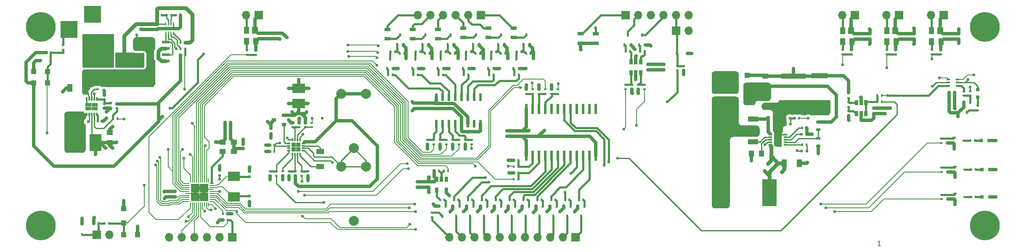
<source format=gtl>
G04 #@! TF.FileFunction,Copper,L1,Top,Mixed*
%FSLAX46Y46*%
G04 Gerber Fmt 4.6, Leading zero omitted, Abs format (unit mm)*
G04 Created by KiCad (PCBNEW 4.0.5) date Sunday, August 20, 2017 'PMt' 09:04:34 PM*
%MOMM*%
%LPD*%
G01*
G04 APERTURE LIST*
%ADD10C,0.100000*%
%ADD11C,0.150000*%
%ADD12C,6.000000*%
%ADD13C,0.600000*%
%ADD14R,0.500000X0.600000*%
%ADD15R,0.600000X0.500000*%
%ADD16R,1.000000X1.600000*%
%ADD17R,1.250000X1.000000*%
%ADD18R,5.000000X1.000000*%
%ADD19R,1.000000X1.250000*%
%ADD20R,2.500000X1.950000*%
%ADD21R,1.600000X1.000000*%
%ADD22C,2.000000*%
%ADD23R,1.100000X1.100000*%
%ADD24R,0.600000X0.450000*%
%ADD25R,0.800000X0.800000*%
%ADD26R,0.450000X0.600000*%
%ADD27R,0.900000X1.700000*%
%ADD28R,3.500000X3.500000*%
%ADD29R,1.700000X1.700000*%
%ADD30O,1.700000X1.700000*%
%ADD31R,2.413000X3.429000*%
%ADD32R,2.900000X5.400000*%
%ADD33R,0.600000X0.400000*%
%ADD34R,1.550000X0.600000*%
%ADD35R,2.032000X3.657600*%
%ADD36R,2.032000X1.016000*%
%ADD37R,0.900000X0.800000*%
%ADD38R,0.450000X0.700000*%
%ADD39R,0.700000X0.450000*%
%ADD40R,0.400000X0.600000*%
%ADD41R,3.200000X1.000000*%
%ADD42R,0.700000X1.300000*%
%ADD43R,0.900000X0.500000*%
%ADD44R,1.300000X0.700000*%
%ADD45R,0.250000X0.700000*%
%ADD46R,1.100000X0.610000*%
%ADD47R,0.300000X0.650000*%
%ADD48R,1.240000X0.775000*%
%ADD49R,0.650000X0.300000*%
%ADD50R,0.775000X1.240000*%
%ADD51R,0.650000X1.060000*%
%ADD52O,0.850000X0.200000*%
%ADD53O,0.200000X0.850000*%
%ADD54R,1.800000X1.800000*%
%ADD55R,0.600000X2.000000*%
%ADD56O,0.300000X0.750000*%
%ADD57O,0.750000X0.300000*%
%ADD58R,0.900000X0.900000*%
%ADD59R,0.600000X1.500000*%
%ADD60R,1.200000X1.400000*%
%ADD61R,1.000000X1.400000*%
%ADD62R,0.650000X0.400000*%
%ADD63R,1.300000X1.100000*%
%ADD64R,2.400000X1.900000*%
%ADD65C,0.762000*%
%ADD66C,0.250000*%
%ADD67C,0.635000*%
%ADD68C,0.254000*%
%ADD69C,0.177800*%
%ADD70C,0.381000*%
G04 APERTURE END LIST*
D10*
D11*
X212788715Y-112678381D02*
X212217286Y-112678381D01*
X212503000Y-112678381D02*
X212503000Y-111678381D01*
X212407762Y-111821238D01*
X212312524Y-111916476D01*
X212217286Y-111964095D01*
D12*
X233760000Y-68627000D03*
D13*
X231510000Y-68627000D03*
X232169010Y-67036010D03*
X233760000Y-66377000D03*
X235350990Y-67036010D03*
X236010000Y-68627000D03*
X235350990Y-70217990D03*
X233760000Y-70877000D03*
X232169010Y-70217990D03*
D14*
X67224000Y-68044000D03*
X67224000Y-69144000D03*
X66081000Y-68044000D03*
X66081000Y-69144000D03*
X64938000Y-68044000D03*
X64938000Y-69144000D03*
D15*
X53287000Y-87715000D03*
X52187000Y-87715000D03*
D16*
X52586000Y-80984000D03*
X49586000Y-80984000D03*
D17*
X57658000Y-91932000D03*
X57658000Y-89932000D03*
D14*
X57785000Y-85132000D03*
X57785000Y-84032000D03*
D17*
X180149500Y-81381000D03*
X180149500Y-83381000D03*
X189547500Y-78565500D03*
X189547500Y-80565500D03*
D18*
X195231000Y-78565000D03*
X195231000Y-84165000D03*
D17*
X189547500Y-82629500D03*
X189547500Y-84629500D03*
D16*
X193381500Y-96075500D03*
X196381500Y-96075500D03*
D15*
X196871500Y-90233500D03*
X197971500Y-90233500D03*
D19*
X188769500Y-94170500D03*
X186769500Y-94170500D03*
D15*
X197971500Y-93662500D03*
X196871500Y-93662500D03*
D14*
X211391500Y-86084500D03*
X211391500Y-84984500D03*
X212534500Y-86084500D03*
X212534500Y-84984500D03*
X213677500Y-86084500D03*
X213677500Y-84984500D03*
X70739000Y-102912000D03*
X70739000Y-101812000D03*
X79756000Y-98552000D03*
X79756000Y-97452000D03*
X69596000Y-102912000D03*
X69596000Y-101812000D03*
X85725000Y-98848000D03*
X85725000Y-97748000D03*
X85725000Y-102701000D03*
X85725000Y-103801000D03*
X137541000Y-89620000D03*
X137541000Y-90720000D03*
X138684000Y-89620000D03*
X138684000Y-90720000D03*
X139827000Y-89620000D03*
X139827000Y-90720000D03*
D20*
X95631000Y-84075000D03*
X95631000Y-81025000D03*
D14*
X90043000Y-89112000D03*
X90043000Y-90212000D03*
D21*
X99949000Y-93750000D03*
X99949000Y-96750000D03*
D22*
X106730800Y-93091000D03*
X104230800Y-82091000D03*
X109230800Y-82091000D03*
X106730800Y-107735000D03*
X104230800Y-96735000D03*
X109230800Y-96735000D03*
D14*
X119507000Y-84032000D03*
X119507000Y-85132000D03*
X120650000Y-84032000D03*
X120650000Y-85132000D03*
X121793000Y-84032000D03*
X121793000Y-85132000D03*
X121856500Y-100943500D03*
X121856500Y-99843500D03*
X120713500Y-100943500D03*
X120713500Y-99843500D03*
X119570500Y-100943500D03*
X119570500Y-99843500D03*
X165925500Y-76221500D03*
X165925500Y-77321500D03*
X167068500Y-76221500D03*
X167068500Y-77321500D03*
X168211500Y-76221500D03*
X168211500Y-77321500D03*
X88392000Y-71035000D03*
X88392000Y-69935000D03*
X89535000Y-71035000D03*
X89535000Y-69935000D03*
X90678000Y-71035000D03*
X90678000Y-69935000D03*
D15*
X227626000Y-81915000D03*
X226526000Y-81915000D03*
X227626000Y-83058000D03*
X226526000Y-83058000D03*
X227626000Y-84201000D03*
X226526000Y-84201000D03*
D14*
X228536500Y-71098500D03*
X228536500Y-69998500D03*
X227393500Y-71098500D03*
X227393500Y-69998500D03*
X226250500Y-71098500D03*
X226250500Y-69998500D03*
X217233500Y-71098500D03*
X217233500Y-69998500D03*
X218376500Y-71098500D03*
X218376500Y-69998500D03*
X219519500Y-71098500D03*
X219519500Y-69998500D03*
X210629500Y-71098500D03*
X210629500Y-69998500D03*
X209486500Y-71098500D03*
X209486500Y-69998500D03*
X208343500Y-71098500D03*
X208343500Y-69998500D03*
D15*
X81957000Y-90170000D03*
X80857000Y-90170000D03*
X81957000Y-89027000D03*
X80857000Y-89027000D03*
X81957000Y-87884000D03*
X80857000Y-87884000D03*
D23*
X42274000Y-79924000D03*
X45074000Y-79924000D03*
X45074000Y-77638000D03*
X42274000Y-77638000D03*
D24*
X43640000Y-75479000D03*
X45740000Y-75479000D03*
D23*
X185867500Y-78422500D03*
X183067500Y-78422500D03*
X183067500Y-80962500D03*
X185867500Y-80962500D03*
X185867500Y-83502500D03*
X183067500Y-83502500D03*
D25*
X232283000Y-81242000D03*
X232283000Y-82842000D03*
X234607000Y-91567000D03*
X233007000Y-91567000D03*
X234734000Y-97409000D03*
X233134000Y-97409000D03*
D23*
X60452000Y-105280000D03*
X60452000Y-108080000D03*
X60449000Y-110490000D03*
X63249000Y-110490000D03*
D26*
X52070000Y-108297000D03*
X52070000Y-110397000D03*
D25*
X234734000Y-102870000D03*
X233134000Y-102870000D03*
D24*
X173897000Y-74041000D03*
X171797000Y-74041000D03*
D27*
X57605000Y-75565000D03*
X60505000Y-75565000D03*
D28*
X54143000Y-72150000D03*
X54143000Y-66150000D03*
X49443000Y-69150000D03*
D29*
X82296000Y-110998000D03*
D30*
X79756000Y-110998000D03*
X77216000Y-110998000D03*
X74676000Y-110998000D03*
X72136000Y-110998000D03*
X69596000Y-110998000D03*
D29*
X87630000Y-66294000D03*
D30*
X85090000Y-66294000D03*
D29*
X225488500Y-66294000D03*
D30*
X222948500Y-66294000D03*
D29*
X216471500Y-66294000D03*
D30*
X213931500Y-66294000D03*
D29*
X207581500Y-66294000D03*
D30*
X205041500Y-66294000D03*
D29*
X151384000Y-110998000D03*
D30*
X148844000Y-110998000D03*
X146304000Y-110998000D03*
X143764000Y-110998000D03*
X141224000Y-110998000D03*
X138684000Y-110998000D03*
X136144000Y-110998000D03*
X133604000Y-110998000D03*
X131064000Y-110998000D03*
X128524000Y-110998000D03*
X125984000Y-110998000D03*
D29*
X132334000Y-66294000D03*
D30*
X129794000Y-66294000D03*
X127254000Y-66294000D03*
X124714000Y-66294000D03*
X122174000Y-66294000D03*
X119634000Y-66294000D03*
D29*
X161417000Y-66294000D03*
D30*
X163957000Y-66294000D03*
X166497000Y-66294000D03*
X169037000Y-66294000D03*
X171577000Y-66294000D03*
X174117000Y-66294000D03*
D29*
X54991000Y-110490000D03*
D30*
X57531000Y-110490000D03*
D29*
X171577000Y-69469000D03*
D30*
X174117000Y-69469000D03*
D31*
X49911000Y-91948000D03*
X54737000Y-91948000D03*
D32*
X190433500Y-102044500D03*
X180533500Y-102044500D03*
D33*
X84455000Y-92260000D03*
X84455000Y-93160000D03*
D34*
X68867000Y-75565000D03*
X68867000Y-74295000D03*
X68867000Y-73025000D03*
X68867000Y-71755000D03*
X63467000Y-71755000D03*
X63467000Y-73025000D03*
X63467000Y-74295000D03*
X63467000Y-75565000D03*
D35*
X180530500Y-89471500D03*
D36*
X187134500Y-89471500D03*
X187134500Y-87185500D03*
X187134500Y-91757500D03*
D37*
X92694000Y-88326000D03*
X92694000Y-86426000D03*
X90694000Y-87376000D03*
D38*
X153113500Y-104727500D03*
X151813500Y-104727500D03*
X152463500Y-106727500D03*
X150319500Y-104727500D03*
X149019500Y-104727500D03*
X149669500Y-106727500D03*
X125173500Y-104727500D03*
X123873500Y-104727500D03*
X124523500Y-106727500D03*
X147525500Y-104727500D03*
X146225500Y-104727500D03*
X146875500Y-106727500D03*
X144731500Y-104727500D03*
X143431500Y-104727500D03*
X144081500Y-106727500D03*
X141937500Y-104727500D03*
X140637500Y-104727500D03*
X141287500Y-106727500D03*
X139143500Y-104727500D03*
X137843500Y-104727500D03*
X138493500Y-106727500D03*
X136349500Y-104727500D03*
X135049500Y-104727500D03*
X135699500Y-106727500D03*
X133555500Y-104727500D03*
X132255500Y-104727500D03*
X132905500Y-106727500D03*
X130761500Y-104727500D03*
X129461500Y-104727500D03*
X130111500Y-106727500D03*
X127967500Y-104727500D03*
X126667500Y-104727500D03*
X127317500Y-106727500D03*
X115428000Y-72247000D03*
X116728000Y-72247000D03*
X116078000Y-70247000D03*
X120508000Y-72247000D03*
X121808000Y-72247000D03*
X121158000Y-70247000D03*
X113396000Y-77073000D03*
X114696000Y-77073000D03*
X114046000Y-75073000D03*
X118476000Y-77073000D03*
X119776000Y-77073000D03*
X119126000Y-75073000D03*
X125588000Y-72247000D03*
X126888000Y-72247000D03*
X126238000Y-70247000D03*
X130668000Y-72247000D03*
X131968000Y-72247000D03*
X131318000Y-70247000D03*
X123556000Y-77073000D03*
X124856000Y-77073000D03*
X124206000Y-75073000D03*
X128636000Y-77073000D03*
X129936000Y-77073000D03*
X129286000Y-75073000D03*
X135748000Y-72247000D03*
X137048000Y-72247000D03*
X136398000Y-70247000D03*
X140828000Y-72247000D03*
X142128000Y-72247000D03*
X141478000Y-70247000D03*
X133716000Y-77073000D03*
X135016000Y-77073000D03*
X134366000Y-75073000D03*
X138796000Y-77073000D03*
X140096000Y-77073000D03*
X139446000Y-75073000D03*
X161211500Y-72310500D03*
X162511500Y-72310500D03*
X161861500Y-70310500D03*
X164132500Y-72310500D03*
X165432500Y-72310500D03*
X164782500Y-70310500D03*
X230774000Y-83836000D03*
X229474000Y-83836000D03*
X230124000Y-85836000D03*
D39*
X227600000Y-90917000D03*
X227600000Y-92217000D03*
X229600000Y-91567000D03*
X227727000Y-96759000D03*
X227727000Y-98059000D03*
X229727000Y-97409000D03*
X227727000Y-102220000D03*
X227727000Y-103520000D03*
X229727000Y-102870000D03*
D40*
X72754000Y-71769000D03*
X71854000Y-71769000D03*
X71854000Y-74309000D03*
X72754000Y-74309000D03*
X67155000Y-66308000D03*
X68055000Y-66308000D03*
X71854000Y-73039000D03*
X72754000Y-73039000D03*
X69060000Y-66308000D03*
X69960000Y-66308000D03*
X70965000Y-66308000D03*
X71865000Y-66308000D03*
X44875000Y-73828000D03*
X45775000Y-73828000D03*
D33*
X48260000Y-72321000D03*
X48260000Y-73221000D03*
X59055000Y-84132000D03*
X59055000Y-85032000D03*
D40*
X59124000Y-87122000D03*
X58224000Y-87122000D03*
D33*
X56515000Y-85032000D03*
X56515000Y-84132000D03*
X55150000Y-80280000D03*
X55150000Y-81180000D03*
X56515000Y-83254000D03*
X56515000Y-82354000D03*
D40*
X55176000Y-87630000D03*
X56076000Y-87630000D03*
D41*
X200469500Y-78497500D03*
X200469500Y-84697500D03*
D40*
X196347500Y-87058500D03*
X195447500Y-87058500D03*
X194442500Y-87058500D03*
X193542500Y-87058500D03*
D42*
X190121500Y-87185500D03*
X192021500Y-87185500D03*
D43*
X200215500Y-87832500D03*
X200215500Y-89332500D03*
D40*
X196971500Y-88963500D03*
X197871500Y-88963500D03*
D43*
X200215500Y-91134500D03*
X200215500Y-92634500D03*
D40*
X196971500Y-92392500D03*
X197871500Y-92392500D03*
X212984500Y-83756500D03*
X212084500Y-83756500D03*
D33*
X206311500Y-82036500D03*
X206311500Y-82936500D03*
X206311500Y-83814500D03*
X206311500Y-84714500D03*
X206311500Y-85592500D03*
X206311500Y-86492500D03*
D40*
X212084500Y-82486500D03*
X212984500Y-82486500D03*
X80449000Y-106299000D03*
X81349000Y-106299000D03*
X80449000Y-107569000D03*
X81349000Y-107569000D03*
D33*
X141478000Y-81211000D03*
X141478000Y-82111000D03*
X142748000Y-82111000D03*
X142748000Y-81211000D03*
D40*
X139835200Y-96750800D03*
X138935200Y-96750800D03*
X139835200Y-99290800D03*
X138935200Y-99290800D03*
D33*
X147828000Y-82111000D03*
X147828000Y-81211000D03*
X145288000Y-82111000D03*
X145288000Y-81211000D03*
X144018000Y-82111000D03*
X144018000Y-81211000D03*
X146558000Y-82111000D03*
X146558000Y-81211000D03*
D40*
X139835200Y-98020800D03*
X138935200Y-98020800D03*
X139835200Y-95480800D03*
X138935200Y-95480800D03*
D33*
X95758000Y-87942000D03*
X95758000Y-88842000D03*
D40*
X89847000Y-92456000D03*
X90747000Y-92456000D03*
D33*
X94488000Y-88842000D03*
X94488000Y-87942000D03*
D40*
X90747000Y-93726000D03*
X89847000Y-93726000D03*
D33*
X91186000Y-98621000D03*
X91186000Y-97721000D03*
X97028000Y-87942000D03*
X97028000Y-88842000D03*
X97536000Y-98621000D03*
X97536000Y-97721000D03*
X98298000Y-88842000D03*
X98298000Y-87942000D03*
X94996000Y-98621000D03*
X94996000Y-97721000D03*
X96266000Y-97721000D03*
X96266000Y-98621000D03*
X93726000Y-97721000D03*
X93726000Y-98621000D03*
X89916000Y-97721000D03*
X89916000Y-98621000D03*
X92456000Y-97721000D03*
X92456000Y-98621000D03*
X129159000Y-92271000D03*
X129159000Y-91371000D03*
X122809000Y-91371000D03*
X122809000Y-92271000D03*
X125349000Y-91371000D03*
X125349000Y-92271000D03*
X127889000Y-91371000D03*
X127889000Y-92271000D03*
X130429000Y-91371000D03*
X130429000Y-92271000D03*
X126619000Y-91371000D03*
X126619000Y-92271000D03*
X124079000Y-91371000D03*
X124079000Y-92271000D03*
X121539000Y-91371000D03*
X121539000Y-92271000D03*
D40*
X152013500Y-103441500D03*
X152913500Y-103441500D03*
X149219500Y-103441500D03*
X150119500Y-103441500D03*
D33*
X122491500Y-106939500D03*
X122491500Y-106039500D03*
D40*
X124835500Y-97599500D03*
X125735500Y-97599500D03*
X124073500Y-103441500D03*
X124973500Y-103441500D03*
X146425500Y-103441500D03*
X147325500Y-103441500D03*
X143631500Y-103441500D03*
X144531500Y-103441500D03*
X123830500Y-97599500D03*
X122930500Y-97599500D03*
X140837500Y-103441500D03*
X141737500Y-103441500D03*
X138043500Y-103441500D03*
X138943500Y-103441500D03*
X135249500Y-103441500D03*
X136149500Y-103441500D03*
X132455500Y-103441500D03*
X133355500Y-103441500D03*
X129661500Y-103441500D03*
X130561500Y-103441500D03*
X126867500Y-103441500D03*
X127767500Y-103441500D03*
X116009000Y-74041000D03*
X116909000Y-74041000D03*
X121089000Y-74041000D03*
X121989000Y-74041000D03*
X114104000Y-73660000D03*
X115004000Y-73660000D03*
X119184000Y-73660000D03*
X120084000Y-73660000D03*
X114496000Y-78359000D03*
X113596000Y-78359000D03*
X119576000Y-78359000D03*
X118676000Y-78359000D03*
D44*
X113538000Y-69154000D03*
X113538000Y-71054000D03*
X118618000Y-69154000D03*
X118618000Y-71054000D03*
D40*
X126169000Y-74041000D03*
X127069000Y-74041000D03*
X131249000Y-74041000D03*
X132149000Y-74041000D03*
X124264000Y-73660000D03*
X125164000Y-73660000D03*
X129344000Y-73660000D03*
X130244000Y-73660000D03*
X124656000Y-78359000D03*
X123756000Y-78359000D03*
X129736000Y-78359000D03*
X128836000Y-78359000D03*
D44*
X123698000Y-69154000D03*
X123698000Y-71054000D03*
X128778000Y-68900000D03*
X128778000Y-70800000D03*
D40*
X136329000Y-74041000D03*
X137229000Y-74041000D03*
X141409000Y-74041000D03*
X142309000Y-74041000D03*
X134424000Y-73660000D03*
X135324000Y-73660000D03*
X139504000Y-73660000D03*
X140404000Y-73660000D03*
X134816000Y-78359000D03*
X133916000Y-78359000D03*
X139896000Y-78359000D03*
X138996000Y-78359000D03*
D44*
X133858000Y-68900000D03*
X133858000Y-70800000D03*
X138938000Y-68900000D03*
X138938000Y-70800000D03*
D33*
X161480500Y-80258500D03*
X161480500Y-81158500D03*
D40*
X162311500Y-73596500D03*
X161411500Y-73596500D03*
D33*
X162750500Y-80258500D03*
X162750500Y-81158500D03*
X165290500Y-80258500D03*
X165290500Y-81158500D03*
D40*
X165232500Y-73596500D03*
X164332500Y-73596500D03*
D33*
X164020500Y-80258500D03*
X164020500Y-81158500D03*
X86995000Y-73337000D03*
X86995000Y-74237000D03*
X85217000Y-73337000D03*
X85217000Y-74237000D03*
X232283000Y-84513000D03*
X232283000Y-85413000D03*
X229489000Y-81592000D03*
X229489000Y-82492000D03*
X230759000Y-82492000D03*
X230759000Y-81592000D03*
D40*
X54414000Y-108204000D03*
X55314000Y-108204000D03*
X56573000Y-108204000D03*
X57473000Y-108204000D03*
X231717000Y-91567000D03*
X230817000Y-91567000D03*
X231844000Y-97409000D03*
X230944000Y-97409000D03*
D33*
X224917000Y-92017000D03*
X224917000Y-91117000D03*
X225044000Y-97859000D03*
X225044000Y-96959000D03*
X226187000Y-91117000D03*
X226187000Y-92017000D03*
X226314000Y-96959000D03*
X226314000Y-97859000D03*
D40*
X231844000Y-102870000D03*
X230944000Y-102870000D03*
D33*
X225044000Y-103320000D03*
X225044000Y-102420000D03*
X226314000Y-102420000D03*
X226314000Y-103320000D03*
X224853500Y-73273500D03*
X224853500Y-74173500D03*
X223075500Y-73273500D03*
X223075500Y-74173500D03*
X215836500Y-73273500D03*
X215836500Y-74173500D03*
X214058500Y-73273500D03*
X214058500Y-74173500D03*
X206946500Y-73273500D03*
X206946500Y-74173500D03*
X205168500Y-73273500D03*
X205168500Y-74173500D03*
X173101000Y-77412000D03*
X173101000Y-76512000D03*
D44*
X155448000Y-71943000D03*
X155448000Y-70043000D03*
X152400000Y-71943000D03*
X152400000Y-70043000D03*
D33*
X171831000Y-77412000D03*
X171831000Y-76512000D03*
D45*
X70387000Y-68050000D03*
X69887000Y-68050000D03*
X69387000Y-68050000D03*
X68887000Y-68050000D03*
X68887000Y-69900000D03*
X69387000Y-69900000D03*
X69887000Y-69900000D03*
X70387000Y-69900000D03*
D46*
X69087000Y-68975000D03*
X70187000Y-68975000D03*
D47*
X54975000Y-83159000D03*
X54475000Y-83159000D03*
X53975000Y-83159000D03*
X53475000Y-83159000D03*
X52975000Y-83159000D03*
X52975000Y-86259000D03*
X53475000Y-86259000D03*
X53975000Y-86259000D03*
X54475000Y-86259000D03*
X54975000Y-86259000D03*
D48*
X53355000Y-85096500D03*
X54595000Y-85096500D03*
X53355000Y-84321500D03*
X54595000Y-84321500D03*
D49*
X193637500Y-92376500D03*
X193637500Y-91876500D03*
X193637500Y-91376500D03*
X193637500Y-90876500D03*
X193637500Y-90376500D03*
X190537500Y-90376500D03*
X190537500Y-90876500D03*
X190537500Y-91376500D03*
X190537500Y-91876500D03*
X190537500Y-92376500D03*
D50*
X191700000Y-90756500D03*
X191700000Y-91996500D03*
X192475000Y-90756500D03*
X192475000Y-91996500D03*
D51*
X209801500Y-83926500D03*
X208851500Y-83926500D03*
X207901500Y-83926500D03*
X207901500Y-86126500D03*
X209801500Y-86126500D03*
X208851500Y-86126500D03*
D52*
X73242000Y-100181000D03*
X73242000Y-100581000D03*
X73242000Y-100981000D03*
X73242000Y-101381000D03*
X73242000Y-101781000D03*
X73242000Y-102181000D03*
X73242000Y-102581000D03*
X73242000Y-102981000D03*
X73242000Y-103381000D03*
X73242000Y-103781000D03*
D53*
X73892000Y-104431000D03*
X74292000Y-104431000D03*
X74692000Y-104431000D03*
X75092000Y-104431000D03*
X75492000Y-104431000D03*
X75892000Y-104431000D03*
X76292000Y-104431000D03*
X76692000Y-104431000D03*
X77092000Y-104431000D03*
X77492000Y-104431000D03*
D52*
X78142000Y-103781000D03*
X78142000Y-103381000D03*
X78142000Y-102981000D03*
X78142000Y-102581000D03*
X78142000Y-102181000D03*
X78142000Y-101781000D03*
X78142000Y-101381000D03*
X78142000Y-100981000D03*
X78142000Y-100581000D03*
X78142000Y-100181000D03*
D53*
X77492000Y-99531000D03*
X77092000Y-99531000D03*
X76692000Y-99531000D03*
X76292000Y-99531000D03*
X75892000Y-99531000D03*
X75492000Y-99531000D03*
X75092000Y-99531000D03*
X74692000Y-99531000D03*
X74292000Y-99531000D03*
X73892000Y-99531000D03*
D54*
X76592000Y-102881000D03*
X76592000Y-101081000D03*
X74792000Y-102881000D03*
X74792000Y-101081000D03*
D55*
X141478000Y-94616000D03*
X142748000Y-94616000D03*
X144018000Y-94616000D03*
X145288000Y-94616000D03*
X146558000Y-94616000D03*
X147828000Y-94616000D03*
X149098000Y-94616000D03*
X150368000Y-94616000D03*
X151638000Y-94616000D03*
X152908000Y-94616000D03*
X154178000Y-94616000D03*
X155448000Y-94616000D03*
X155448000Y-85216000D03*
X154178000Y-85216000D03*
X152908000Y-85216000D03*
X151638000Y-85216000D03*
X150368000Y-85216000D03*
X149098000Y-85216000D03*
X147828000Y-85216000D03*
X146558000Y-85216000D03*
X145288000Y-85216000D03*
X144018000Y-85216000D03*
X142748000Y-85216000D03*
X141478000Y-85216000D03*
D56*
X95873000Y-91362000D03*
X95373000Y-91362000D03*
X94873000Y-91362000D03*
X94373000Y-91362000D03*
D57*
X93648000Y-92087000D03*
X93648000Y-92587000D03*
X93648000Y-93087000D03*
X93648000Y-93587000D03*
D56*
X94373000Y-94312000D03*
X94873000Y-94312000D03*
X95373000Y-94312000D03*
X95873000Y-94312000D03*
D57*
X96598000Y-93587000D03*
X96598000Y-93087000D03*
X96598000Y-92587000D03*
X96598000Y-92087000D03*
D58*
X94673000Y-93287000D03*
X95573000Y-93287000D03*
X94673000Y-92387000D03*
X95573000Y-92387000D03*
D59*
X123317000Y-88171000D03*
X124587000Y-88171000D03*
X125857000Y-88171000D03*
X127127000Y-88171000D03*
X128397000Y-88171000D03*
X129667000Y-88171000D03*
X130937000Y-88171000D03*
X132207000Y-88171000D03*
X132207000Y-82771000D03*
X130937000Y-82771000D03*
X129667000Y-82771000D03*
X128397000Y-82771000D03*
X127127000Y-82771000D03*
X125857000Y-82771000D03*
X124587000Y-82771000D03*
X123317000Y-82771000D03*
D51*
X125346500Y-99293500D03*
X124396500Y-99293500D03*
X123446500Y-99293500D03*
X123446500Y-101493500D03*
X125346500Y-101493500D03*
X162562500Y-77871500D03*
X163512500Y-77871500D03*
X164462500Y-77871500D03*
X164462500Y-75671500D03*
X162562500Y-75671500D03*
X163512500Y-75671500D03*
D60*
X86876000Y-69385000D03*
D61*
X85156000Y-69385000D03*
X85156000Y-71585000D03*
X87056000Y-71585000D03*
D62*
X226380000Y-79233000D03*
X226380000Y-80533000D03*
X228280000Y-79883000D03*
X226380000Y-79883000D03*
X228280000Y-80533000D03*
X228280000Y-79233000D03*
D60*
X224734500Y-69448500D03*
D61*
X223014500Y-69448500D03*
X223014500Y-71648500D03*
X224914500Y-71648500D03*
D60*
X215717500Y-69448500D03*
D61*
X213997500Y-69448500D03*
X213997500Y-71648500D03*
X215897500Y-71648500D03*
D60*
X206827500Y-69448500D03*
D61*
X205107500Y-69448500D03*
X205107500Y-71648500D03*
X207007500Y-71648500D03*
D63*
X82627429Y-91828200D03*
X80327429Y-91828200D03*
X80327429Y-93728200D03*
X82627429Y-93728200D03*
D64*
X82575400Y-98737200D03*
X82575400Y-102837200D03*
D12*
X43760000Y-68627000D03*
D13*
X41510000Y-68627000D03*
X42169010Y-67036010D03*
X43760000Y-66377000D03*
X45350990Y-67036010D03*
X46010000Y-68627000D03*
X45350990Y-70217990D03*
X43760000Y-70877000D03*
X42169010Y-70217990D03*
D12*
X43760000Y-108627000D03*
D13*
X41510000Y-108627000D03*
X42169010Y-107036010D03*
X43760000Y-106377000D03*
X45350990Y-107036010D03*
X46010000Y-108627000D03*
X45350990Y-110217990D03*
X43760000Y-110877000D03*
X42169010Y-110217990D03*
D12*
X233760000Y-108627000D03*
D13*
X231510000Y-108627000D03*
X232169010Y-107036010D03*
X233760000Y-106377000D03*
X235350990Y-107036010D03*
X236010000Y-108627000D03*
X235350990Y-110217990D03*
X233760000Y-110877000D03*
X232169010Y-110217990D03*
X151162000Y-105876000D03*
X148241000Y-105876000D03*
X145574000Y-105876000D03*
X142907000Y-106003000D03*
X139986000Y-105876000D03*
X137319000Y-105876000D03*
X134525000Y-105876000D03*
X131604000Y-105876000D03*
X128810000Y-105876000D03*
X126143000Y-105876000D03*
X122714000Y-104352000D03*
X93250000Y-70824000D03*
X48165000Y-81746000D03*
X223171000Y-80603000D03*
X214735500Y-84984500D03*
X200184000Y-94192000D03*
X198025000Y-95970000D03*
X56928000Y-87080000D03*
X58198000Y-88731000D03*
X56420000Y-81492000D03*
X53355000Y-85096500D03*
X54595000Y-85096500D03*
X54595000Y-84321500D03*
X53355000Y-84321500D03*
X198914000Y-90255000D03*
X197644000Y-85556000D03*
X192056000Y-85175000D03*
X186722000Y-95589000D03*
X206407000Y-87461000D03*
X121875800Y-98891000D03*
X137776200Y-95487400D03*
X137979400Y-98027400D03*
X63913000Y-69122200D03*
X141383000Y-77047000D03*
X136049000Y-77047000D03*
X130969000Y-77047000D03*
X125889000Y-77047000D03*
X120809000Y-77047000D03*
X115602000Y-77047000D03*
X145066000Y-89493000D03*
X118523000Y-85556000D03*
X95631000Y-79248000D03*
X97663000Y-81026000D03*
X93599000Y-81026000D03*
X126619000Y-93218000D03*
X124079000Y-93218000D03*
X121539000Y-93218000D03*
X68580000Y-101854000D03*
X63246000Y-108839000D03*
X78994000Y-91821000D03*
X89027000Y-93726000D03*
X90043000Y-91059000D03*
X93599000Y-87376000D03*
X192475000Y-90756500D03*
X191700000Y-90756500D03*
X191700000Y-91996500D03*
X192475000Y-91996500D03*
X195961000Y-93599000D03*
X208788000Y-82804000D03*
X228473000Y-69088000D03*
X219456000Y-68961000D03*
X210566000Y-69088000D03*
X163322000Y-73152000D03*
X166497000Y-72517000D03*
X174752000Y-74041000D03*
X163449000Y-79248000D03*
X169164000Y-77343000D03*
X163957000Y-82042000D03*
X162814000Y-82042000D03*
X93726000Y-99441000D03*
X92456000Y-99441000D03*
X89916000Y-99441000D03*
X82169000Y-106299000D03*
X85725000Y-104648000D03*
X85725000Y-96901000D03*
X79756000Y-96647000D03*
X76592000Y-102881000D03*
X74792000Y-102881000D03*
X74792000Y-101081000D03*
X76592000Y-101081000D03*
X94673000Y-93287000D03*
X95573000Y-93287000D03*
X95573000Y-92387000D03*
X94673000Y-92387000D03*
X42274000Y-75910000D03*
X52070000Y-107188000D03*
X228346000Y-86741000D03*
X230759000Y-80772000D03*
X227584000Y-93218000D03*
X227711000Y-98933000D03*
X227711000Y-104394000D03*
X144018000Y-80391000D03*
X146558000Y-80391000D03*
X63024000Y-70316000D03*
X71025000Y-73110000D03*
X62262000Y-78952000D03*
X63532000Y-78952000D03*
X64802000Y-78952000D03*
X192818000Y-97875000D03*
X190024000Y-96224000D03*
X189389000Y-97621000D03*
X58198000Y-93049000D03*
X58960000Y-91906000D03*
X54769000Y-94319000D03*
X56801000Y-93049000D03*
X54515000Y-82127000D03*
X56928000Y-85810000D03*
X100692200Y-103971000D03*
X121875800Y-101939000D03*
X125939800Y-102599400D03*
X118523000Y-83778000D03*
X89408000Y-87757000D03*
X100362000Y-87080000D03*
X95790000Y-87080000D03*
X102394000Y-95970000D03*
X91821000Y-71120000D03*
X141478000Y-80391000D03*
X141986000Y-89535000D03*
X129159000Y-93218000D03*
X208915000Y-87503000D03*
X228473000Y-72009000D03*
X219456000Y-72136000D03*
X210566000Y-72136000D03*
X173101000Y-78232000D03*
X163576000Y-74549000D03*
X169164000Y-76200000D03*
X54483000Y-107061000D03*
X60452000Y-103632000D03*
X235966000Y-91567000D03*
X235966000Y-97409000D03*
X235966000Y-102870000D03*
X230378000Y-79248000D03*
X227711000Y-85090000D03*
X195231000Y-77047000D03*
X152432000Y-73237000D03*
X142907000Y-75015000D03*
X137725400Y-75015000D03*
X132797800Y-75015000D03*
X127717800Y-75015000D03*
X122485400Y-75015000D03*
X117202200Y-75015000D03*
X159798000Y-95081000D03*
X68231000Y-86699000D03*
X79748877Y-101802726D03*
X79280000Y-108035000D03*
X84436200Y-91271000D03*
X97293966Y-85749996D03*
X94266000Y-85810000D03*
X68612000Y-103209000D03*
X79756000Y-99314000D03*
X96520000Y-90297000D03*
X97536000Y-99568000D03*
X93599000Y-84074000D03*
X97536000Y-84074000D03*
X89027000Y-92456000D03*
X44990000Y-90001000D03*
X72930000Y-107781000D03*
X64548000Y-100542000D03*
X72549000Y-95081000D03*
X155454600Y-68868200D03*
X231553000Y-78317000D03*
X119158000Y-109432000D03*
X72676000Y-81238000D03*
X83217000Y-105876000D03*
X224568000Y-78952000D03*
X118015000Y-108416000D03*
X96425000Y-106765000D03*
X60484000Y-87207000D03*
X76740000Y-105749000D03*
X198152000Y-87080000D03*
X117507000Y-96224000D03*
X95536000Y-101812000D03*
X78899000Y-105241000D03*
X194596000Y-88223000D03*
X189458640Y-92349140D03*
X78010000Y-105495000D03*
X214154000Y-82508000D03*
X117761000Y-97240000D03*
X96806000Y-102574000D03*
X69374000Y-93303000D03*
X142653000Y-79968000D03*
X130461000Y-93176000D03*
X111411000Y-76412000D03*
X137827000Y-96732000D03*
X131223000Y-96732000D03*
X147860000Y-80095000D03*
X140240000Y-80857000D03*
X91821000Y-92075000D03*
X93345000Y-91059000D03*
X73438000Y-106892000D03*
X98330000Y-87080000D03*
X96298000Y-99780000D03*
X72295000Y-93303000D03*
X149257000Y-101939000D03*
X150400000Y-98129000D03*
X157131000Y-96533500D03*
X133890000Y-99907000D03*
X158020000Y-95843000D03*
X133255000Y-99018000D03*
X161068000Y-89239000D03*
X76880900Y-92541000D03*
X163608000Y-88477000D03*
X74200000Y-88096000D03*
X200692000Y-104352000D03*
X119031000Y-104352000D03*
X201708000Y-105114000D03*
X117888000Y-105114000D03*
X203486000Y-105876000D03*
X119158000Y-105876000D03*
X223044000Y-75142000D03*
X111411000Y-74888000D03*
X105696000Y-74634000D03*
X67723000Y-94954000D03*
X214027000Y-76920000D03*
X111538000Y-73872000D03*
X105569000Y-73618000D03*
X67215000Y-95716000D03*
X205137000Y-76285000D03*
X111665000Y-72475000D03*
X105569000Y-72348000D03*
X66834000Y-96478000D03*
X73819000Y-94319000D03*
X69755000Y-85048000D03*
X76486000Y-74126000D03*
X169831000Y-83778000D03*
D65*
X67342000Y-64855000D02*
X67155000Y-65042000D01*
X67155000Y-65042000D02*
X67155000Y-66308000D01*
X72930000Y-64855000D02*
X67342000Y-64855000D01*
X74200000Y-66125000D02*
X72930000Y-64855000D01*
X74200000Y-71285000D02*
X74200000Y-66125000D01*
X72754000Y-71769000D02*
X73716000Y-71769000D01*
X73716000Y-71769000D02*
X74200000Y-71285000D01*
X64938000Y-68044000D02*
X62908400Y-68044000D01*
X62908400Y-68044000D02*
X60505000Y-70447400D01*
X60505000Y-70447400D02*
X60505000Y-75565000D01*
D66*
X68887000Y-68050000D02*
X67230000Y-68050000D01*
X67230000Y-68050000D02*
X67224000Y-68044000D01*
D65*
X67155000Y-66308000D02*
X67155000Y-67975000D01*
X67155000Y-67975000D02*
X67224000Y-68044000D01*
X66081000Y-68044000D02*
X64938000Y-68044000D01*
X67224000Y-68044000D02*
X66081000Y-68044000D01*
D67*
X138935200Y-98020800D02*
X137986000Y-98020800D01*
X137986000Y-98020800D02*
X137979400Y-98027400D01*
X151813500Y-104727500D02*
X151813500Y-105224500D01*
X151813500Y-105224500D02*
X151162000Y-105876000D01*
X149019500Y-104727500D02*
X149019500Y-105097500D01*
X149019500Y-105097500D02*
X148241000Y-105876000D01*
X146225500Y-104727500D02*
X146225500Y-105224500D01*
X146225500Y-105224500D02*
X145574000Y-105876000D01*
X143431500Y-104727500D02*
X143431500Y-105478500D01*
X143431500Y-105478500D02*
X142907000Y-106003000D01*
X140637500Y-104727500D02*
X140637500Y-105224500D01*
X140637500Y-105224500D02*
X139986000Y-105876000D01*
X137843500Y-104727500D02*
X137843500Y-105351500D01*
X137843500Y-105351500D02*
X137319000Y-105876000D01*
X135049500Y-104727500D02*
X135049500Y-105351500D01*
X135049500Y-105351500D02*
X134525000Y-105876000D01*
X132255500Y-104727500D02*
X132255500Y-105224500D01*
X132255500Y-105224500D02*
X131604000Y-105876000D01*
X129461500Y-104727500D02*
X129461500Y-105224500D01*
X129461500Y-105224500D02*
X128810000Y-105876000D01*
X126667500Y-104727500D02*
X126667500Y-105351500D01*
X126667500Y-105351500D02*
X126143000Y-105876000D01*
X123873500Y-104727500D02*
X123089500Y-104727500D01*
X123089500Y-104727500D02*
X122714000Y-104352000D01*
X90678000Y-69935000D02*
X92361000Y-69935000D01*
X92361000Y-69935000D02*
X93250000Y-70824000D01*
X155448000Y-94616000D02*
X155448000Y-91948000D01*
X155448000Y-91948000D02*
X154220000Y-90720000D01*
X49586000Y-80984000D02*
X48927000Y-80984000D01*
X48927000Y-80984000D02*
X48165000Y-81746000D01*
D66*
X226380000Y-79883000D02*
X223891000Y-79883000D01*
X223891000Y-79883000D02*
X223171000Y-80603000D01*
D67*
X200215500Y-92634500D02*
X200215500Y-94160500D01*
X200215500Y-94160500D02*
X200184000Y-94192000D01*
X196381500Y-96075500D02*
X197919500Y-96075500D01*
X197919500Y-96075500D02*
X198025000Y-95970000D01*
X56076000Y-87630000D02*
X56378000Y-87630000D01*
X56378000Y-87630000D02*
X56928000Y-87080000D01*
X57658000Y-89932000D02*
X57658000Y-89271000D01*
X57658000Y-89271000D02*
X58198000Y-88731000D01*
X56515000Y-82354000D02*
X56515000Y-81587000D01*
X56515000Y-81587000D02*
X56420000Y-81492000D01*
D68*
X52975000Y-83159000D02*
X52975000Y-83941500D01*
X52975000Y-83941500D02*
X53355000Y-84321500D01*
D67*
X197971500Y-90233500D02*
X198892500Y-90233500D01*
X198892500Y-90233500D02*
X198914000Y-90255000D01*
X197971500Y-90233500D02*
X197971500Y-89063500D01*
X197971500Y-89063500D02*
X197871500Y-88963500D01*
X200469500Y-84697500D02*
X198502500Y-84697500D01*
X198502500Y-84697500D02*
X197644000Y-85556000D01*
X189547500Y-84629500D02*
X191510500Y-84629500D01*
X191510500Y-84629500D02*
X192056000Y-85175000D01*
X186769500Y-94170500D02*
X186769500Y-95541500D01*
X186769500Y-95541500D02*
X186722000Y-95589000D01*
X206311500Y-86492500D02*
X206311500Y-87365500D01*
X206311500Y-87365500D02*
X206407000Y-87461000D01*
X121856500Y-99843500D02*
X121856500Y-98910300D01*
X121856500Y-98910300D02*
X121875800Y-98891000D01*
X122930500Y-97599500D02*
X122930500Y-98777500D01*
X122930500Y-98777500D02*
X123446500Y-99293500D01*
X138935200Y-95480800D02*
X137782800Y-95480800D01*
X137782800Y-95480800D02*
X137776200Y-95487400D01*
D66*
X70387000Y-68050000D02*
X70387000Y-68775000D01*
X70387000Y-68775000D02*
X70187000Y-68975000D01*
D67*
X71865000Y-68637800D02*
X71527800Y-68975000D01*
X71527800Y-68975000D02*
X70187000Y-68975000D01*
X71865000Y-66308000D02*
X71865000Y-68637800D01*
X64938000Y-69144000D02*
X63934800Y-69144000D01*
X63934800Y-69144000D02*
X63913000Y-69122200D01*
X69087000Y-68975000D02*
X70187000Y-68975000D01*
X67224000Y-69144000D02*
X67393000Y-68975000D01*
X67393000Y-68975000D02*
X69087000Y-68975000D01*
X66081000Y-69144000D02*
X64938000Y-69144000D01*
X67224000Y-69144000D02*
X66081000Y-69144000D01*
X140096000Y-77073000D02*
X141357000Y-77073000D01*
X141357000Y-77073000D02*
X141383000Y-77047000D01*
X135016000Y-77073000D02*
X136023000Y-77073000D01*
X136023000Y-77073000D02*
X136049000Y-77047000D01*
X129936000Y-77073000D02*
X130943000Y-77073000D01*
X130943000Y-77073000D02*
X130969000Y-77047000D01*
X124856000Y-77073000D02*
X125863000Y-77073000D01*
X125863000Y-77073000D02*
X125889000Y-77047000D01*
X119776000Y-77073000D02*
X120783000Y-77073000D01*
X120783000Y-77073000D02*
X120809000Y-77047000D01*
X114696000Y-77073000D02*
X115576000Y-77073000D01*
X115576000Y-77073000D02*
X115602000Y-77047000D01*
X139827000Y-90720000D02*
X143839000Y-90720000D01*
X143839000Y-90720000D02*
X145066000Y-89493000D01*
X119507000Y-85132000D02*
X118947000Y-85132000D01*
X118947000Y-85132000D02*
X118523000Y-85556000D01*
X95631000Y-81025000D02*
X95631000Y-79248000D01*
X95631000Y-81025000D02*
X97662000Y-81025000D01*
X97662000Y-81025000D02*
X97663000Y-81026000D01*
X95631000Y-81025000D02*
X93600000Y-81025000D01*
X93600000Y-81025000D02*
X93599000Y-81026000D01*
X126619000Y-92271000D02*
X126619000Y-93218000D01*
X124079000Y-92271000D02*
X124079000Y-93218000D01*
X121539000Y-92271000D02*
X121539000Y-93218000D01*
X69596000Y-101812000D02*
X68622000Y-101812000D01*
X68622000Y-101812000D02*
X68580000Y-101854000D01*
X63249000Y-110490000D02*
X63249000Y-108842000D01*
X63249000Y-108842000D02*
X63246000Y-108839000D01*
X80327429Y-91828200D02*
X79001200Y-91828200D01*
X79001200Y-91828200D02*
X78994000Y-91821000D01*
X89847000Y-93726000D02*
X89027000Y-93726000D01*
X90043000Y-90212000D02*
X90043000Y-91059000D01*
X94488000Y-87942000D02*
X94165000Y-87942000D01*
X94165000Y-87942000D02*
X93599000Y-87376000D01*
D66*
X193637500Y-90376500D02*
X192855000Y-90376500D01*
X192855000Y-90376500D02*
X192475000Y-90756500D01*
X196871500Y-93662500D02*
X196024500Y-93662500D01*
X196024500Y-93662500D02*
X195961000Y-93599000D01*
D67*
X213677500Y-84984500D02*
X214735500Y-84984500D01*
X212534500Y-84984500D02*
X213677500Y-84984500D01*
X211391500Y-84984500D02*
X212534500Y-84984500D01*
X208851500Y-83926500D02*
X208851500Y-82867500D01*
X208851500Y-82867500D02*
X208788000Y-82804000D01*
X228536500Y-69998500D02*
X228536500Y-69151500D01*
X228536500Y-69151500D02*
X228473000Y-69088000D01*
X219519500Y-69998500D02*
X219519500Y-69024500D01*
X219519500Y-69024500D02*
X219456000Y-68961000D01*
X210629500Y-69998500D02*
X210629500Y-69151500D01*
X210629500Y-69151500D02*
X210566000Y-69088000D01*
X162511500Y-72310500D02*
X162511500Y-72341500D01*
X162511500Y-72341500D02*
X163322000Y-73152000D01*
X165432500Y-72310500D02*
X166290500Y-72310500D01*
X166290500Y-72310500D02*
X166497000Y-72517000D01*
X173897000Y-74041000D02*
X174752000Y-74041000D01*
X163512500Y-77871500D02*
X163512500Y-79184500D01*
X163512500Y-79184500D02*
X163449000Y-79248000D01*
X168211500Y-77321500D02*
X169142500Y-77321500D01*
X169142500Y-77321500D02*
X169164000Y-77343000D01*
X164020500Y-81158500D02*
X164020500Y-81978500D01*
X164020500Y-81978500D02*
X163957000Y-82042000D01*
X162750500Y-81158500D02*
X162750500Y-81978500D01*
X162750500Y-81978500D02*
X162814000Y-82042000D01*
X93726000Y-98621000D02*
X93726000Y-99441000D01*
X92456000Y-98621000D02*
X92456000Y-99441000D01*
X89916000Y-98621000D02*
X89916000Y-99441000D01*
X81349000Y-106299000D02*
X82169000Y-106299000D01*
X85725000Y-103801000D02*
X85725000Y-104648000D01*
X85725000Y-97748000D02*
X85725000Y-96901000D01*
X79756000Y-97452000D02*
X79756000Y-96647000D01*
X80857000Y-90170000D02*
X80857000Y-91298629D01*
X80857000Y-91298629D02*
X80327429Y-91828200D01*
X80857000Y-87884000D02*
X80857000Y-89027000D01*
X80857000Y-90170000D02*
X80857000Y-89027000D01*
X43640000Y-75479000D02*
X42705000Y-75479000D01*
X42274000Y-75910000D02*
X42274000Y-77638000D01*
X42705000Y-75479000D02*
X42274000Y-75910000D01*
X52070000Y-108297000D02*
X52070000Y-107188000D01*
X229474000Y-84821000D02*
X228346000Y-85949000D01*
X228346000Y-85949000D02*
X228346000Y-86741000D01*
D66*
X230759000Y-81592000D02*
X230759000Y-80772000D01*
D67*
X226526000Y-81915000D02*
X226526000Y-83058000D01*
X226526000Y-84201000D02*
X226526000Y-83058000D01*
X226822000Y-85979000D02*
X226526000Y-85683000D01*
X226526000Y-85683000D02*
X226526000Y-84201000D01*
X228316000Y-85979000D02*
X226822000Y-85979000D01*
X229474000Y-83836000D02*
X229474000Y-84821000D01*
X229474000Y-84821000D02*
X228316000Y-85979000D01*
X227600000Y-92217000D02*
X227600000Y-93202000D01*
X227600000Y-93202000D02*
X227584000Y-93218000D01*
X227727000Y-98059000D02*
X227727000Y-98917000D01*
X227727000Y-98917000D02*
X227711000Y-98933000D01*
X227727000Y-103520000D02*
X227727000Y-104378000D01*
X227727000Y-104378000D02*
X227711000Y-104394000D01*
X226314000Y-103320000D02*
X227527000Y-103320000D01*
X227527000Y-103320000D02*
X227727000Y-103520000D01*
X226187000Y-92017000D02*
X227400000Y-92017000D01*
X227400000Y-92017000D02*
X227600000Y-92217000D01*
X226314000Y-97859000D02*
X227527000Y-97859000D01*
X227527000Y-97859000D02*
X227727000Y-98059000D01*
X121856500Y-99843500D02*
X122896500Y-99843500D01*
X122896500Y-99843500D02*
X123446500Y-99293500D01*
X120713500Y-99843500D02*
X121856500Y-99843500D01*
X119570500Y-99843500D02*
X120713500Y-99843500D01*
D69*
X73242000Y-102181000D02*
X74092000Y-102181000D01*
X74092000Y-102181000D02*
X74792000Y-102881000D01*
X78142000Y-101381000D02*
X76892000Y-101381000D01*
X76892000Y-101381000D02*
X76592000Y-101081000D01*
D67*
X74792000Y-102881000D02*
X74792000Y-101081000D01*
X76592000Y-102881000D02*
X74792000Y-102881000D01*
X76592000Y-102881000D02*
X76592000Y-101081000D01*
X74792000Y-101081000D02*
X76592000Y-101081000D01*
X70739000Y-101812000D02*
X69596000Y-101812000D01*
X167068500Y-77321500D02*
X168211500Y-77321500D01*
X165925500Y-77321500D02*
X167068500Y-77321500D01*
X144018000Y-81211000D02*
X144018000Y-80391000D01*
X146558000Y-81211000D02*
X146558000Y-80391000D01*
X128630000Y-89789000D02*
X131974000Y-89789000D01*
X131974000Y-89789000D02*
X132207000Y-89556000D01*
X132207000Y-89556000D02*
X132207000Y-88171000D01*
X128397000Y-88171000D02*
X128397000Y-89556000D01*
X128397000Y-89556000D02*
X128630000Y-89789000D01*
X121793000Y-85132000D02*
X126743000Y-85132000D01*
X126743000Y-85132000D02*
X128397000Y-86786000D01*
X128397000Y-86786000D02*
X128397000Y-88171000D01*
X121793000Y-85132000D02*
X120650000Y-85132000D01*
X119507000Y-85132000D02*
X120650000Y-85132000D01*
X140712000Y-90720000D02*
X154220000Y-90720000D01*
X141478000Y-91486000D02*
X141478000Y-94616000D01*
X139827000Y-90720000D02*
X140712000Y-90720000D01*
X140712000Y-90720000D02*
X141478000Y-91486000D01*
X138684000Y-90720000D02*
X139827000Y-90720000D01*
X137541000Y-90720000D02*
X138684000Y-90720000D01*
X224734500Y-69448500D02*
X224734500Y-67048000D01*
X224734500Y-67048000D02*
X225488500Y-66294000D01*
X226250500Y-69998500D02*
X225284500Y-69998500D01*
X225284500Y-69998500D02*
X224734500Y-69448500D01*
X227393500Y-69998500D02*
X226250500Y-69998500D01*
X228536500Y-69998500D02*
X227393500Y-69998500D01*
X215717500Y-69448500D02*
X215717500Y-67048000D01*
X215717500Y-67048000D02*
X216471500Y-66294000D01*
X217233500Y-69998500D02*
X216267500Y-69998500D01*
X216267500Y-69998500D02*
X215717500Y-69448500D01*
X218376500Y-69998500D02*
X217233500Y-69998500D01*
X219519500Y-69998500D02*
X218376500Y-69998500D01*
X206827500Y-69448500D02*
X206827500Y-67048000D01*
X206827500Y-67048000D02*
X207581500Y-66294000D01*
X208343500Y-69998500D02*
X207377500Y-69998500D01*
X207377500Y-69998500D02*
X206827500Y-69448500D01*
X209486500Y-69998500D02*
X208343500Y-69998500D01*
X210629500Y-69998500D02*
X209486500Y-69998500D01*
X86876000Y-69385000D02*
X86876000Y-67048000D01*
X86876000Y-67048000D02*
X87630000Y-66294000D01*
X88392000Y-69935000D02*
X87426000Y-69935000D01*
X87426000Y-69935000D02*
X86876000Y-69385000D01*
X89535000Y-69935000D02*
X88392000Y-69935000D01*
X90678000Y-69935000D02*
X89535000Y-69935000D01*
D66*
X53475000Y-86259000D02*
X53475000Y-87527000D01*
X53475000Y-87527000D02*
X53287000Y-87715000D01*
X52187000Y-86487000D02*
X52415000Y-86259000D01*
X52415000Y-86259000D02*
X52975000Y-86259000D01*
X52187000Y-87715000D02*
X52187000Y-86487000D01*
X190537500Y-92376500D02*
X190537500Y-92413502D01*
X190537500Y-92413502D02*
X190731499Y-92607501D01*
X63024000Y-70316000D02*
X63024000Y-71312000D01*
X63024000Y-71312000D02*
X63467000Y-71755000D01*
X69387000Y-69900000D02*
X69387000Y-71129999D01*
X69387000Y-71129999D02*
X69903409Y-71129999D01*
X69903409Y-71129999D02*
X70701990Y-71928580D01*
X70701990Y-71928580D02*
X70701990Y-72786990D01*
X70701990Y-72786990D02*
X71025000Y-73110000D01*
D65*
X193381500Y-96075500D02*
X193381500Y-97311500D01*
X193381500Y-97311500D02*
X192818000Y-97875000D01*
X190731499Y-94687499D02*
X190731499Y-95516501D01*
X190731499Y-95516501D02*
X190024000Y-96224000D01*
X190433500Y-102044500D02*
X190433500Y-98665500D01*
X190433500Y-98665500D02*
X189389000Y-97621000D01*
X190433500Y-102044500D02*
X190433500Y-97761500D01*
X190433500Y-97761500D02*
X192119500Y-96075500D01*
D66*
X53475000Y-83159000D02*
X53475000Y-82648412D01*
X52586000Y-81284000D02*
X52586000Y-80984000D01*
X53475000Y-82648412D02*
X53336000Y-82509412D01*
X53336000Y-82509412D02*
X53336000Y-82034000D01*
X53336000Y-82034000D02*
X52586000Y-81284000D01*
D65*
X193381500Y-96075500D02*
X192119500Y-96075500D01*
X192119500Y-96075500D02*
X190731499Y-94687499D01*
X190731499Y-94687499D02*
X190731499Y-92607501D01*
X190731499Y-92607501D02*
X190537500Y-92607501D01*
D67*
X57658000Y-91932000D02*
X57658000Y-92509000D01*
X57658000Y-92509000D02*
X58198000Y-93049000D01*
X57658000Y-91932000D02*
X58934000Y-91932000D01*
X58934000Y-91932000D02*
X58960000Y-91906000D01*
X54737000Y-91948000D02*
X54737000Y-94287000D01*
X54737000Y-94287000D02*
X54769000Y-94319000D01*
X54737000Y-91948000D02*
X55700000Y-91948000D01*
X55700000Y-91948000D02*
X56801000Y-93049000D01*
X54737000Y-91948000D02*
X57642000Y-91948000D01*
X57642000Y-91948000D02*
X57658000Y-91932000D01*
D66*
X53975000Y-86259000D02*
X53975000Y-91186000D01*
X53975000Y-91186000D02*
X54737000Y-91948000D01*
X54475000Y-83159000D02*
X54475000Y-82167000D01*
X54475000Y-82167000D02*
X54515000Y-82127000D01*
D67*
X57785000Y-85132000D02*
X57606000Y-85132000D01*
X57606000Y-85132000D02*
X56928000Y-85810000D01*
X56515000Y-85032000D02*
X57685000Y-85032000D01*
X57685000Y-85032000D02*
X57785000Y-85132000D01*
D68*
X91186000Y-100154400D02*
X95002600Y-103971000D01*
X95002600Y-103971000D02*
X100692200Y-103971000D01*
X91186000Y-98621000D02*
X91186000Y-100154400D01*
D67*
X121856500Y-100943500D02*
X121856500Y-101919700D01*
X121856500Y-101919700D02*
X121875800Y-101939000D01*
X125346500Y-101493500D02*
X125346500Y-102006100D01*
X125346500Y-102006100D02*
X125939800Y-102599400D01*
X119507000Y-84032000D02*
X118777000Y-84032000D01*
X118777000Y-84032000D02*
X118523000Y-83778000D01*
X90043000Y-89112000D02*
X90043000Y-88027000D01*
X90043000Y-88027000D02*
X90694000Y-87376000D01*
X90043000Y-89112000D02*
X90043000Y-88392000D01*
X90043000Y-88392000D02*
X89408000Y-87757000D01*
X95758000Y-87942000D02*
X95758000Y-87112000D01*
X95758000Y-87112000D02*
X95790000Y-87080000D01*
D66*
X98825000Y-95589000D02*
X102013000Y-95589000D01*
X102013000Y-95589000D02*
X102394000Y-95970000D01*
X96598000Y-93587000D02*
X96823000Y-93587000D01*
X96823000Y-93587000D02*
X98825000Y-95589000D01*
D67*
X90678000Y-71035000D02*
X91736000Y-71035000D01*
X91736000Y-71035000D02*
X91821000Y-71120000D01*
X141478000Y-81211000D02*
X141478000Y-80391000D01*
X139827000Y-89620000D02*
X141901000Y-89620000D01*
X141901000Y-89620000D02*
X141986000Y-89535000D01*
X129159000Y-92271000D02*
X129159000Y-93218000D01*
X208915000Y-87503000D02*
X210908000Y-87503000D01*
X210908000Y-87503000D02*
X211391500Y-87019500D01*
X211391500Y-87019500D02*
X211391500Y-86084500D01*
X211730500Y-86084500D02*
X211391500Y-86084500D01*
X212534500Y-86084500D02*
X211730500Y-86084500D01*
X213677500Y-86084500D02*
X212534500Y-86084500D01*
X208851500Y-86126500D02*
X208851500Y-87439500D01*
X208851500Y-87439500D02*
X208915000Y-87503000D01*
X228536500Y-71098500D02*
X228536500Y-71945500D01*
X228536500Y-71945500D02*
X228473000Y-72009000D01*
X219519500Y-71098500D02*
X219519500Y-72072500D01*
X219519500Y-72072500D02*
X219456000Y-72136000D01*
X210629500Y-71098500D02*
X210629500Y-72072500D01*
X210629500Y-72072500D02*
X210566000Y-72136000D01*
X173101000Y-77412000D02*
X173101000Y-78232000D01*
X163512500Y-75671500D02*
X163512500Y-74612500D01*
X163512500Y-74612500D02*
X163576000Y-74549000D01*
X168211500Y-76221500D02*
X169142500Y-76221500D01*
X169142500Y-76221500D02*
X169164000Y-76200000D01*
X54414000Y-108204000D02*
X54414000Y-107130000D01*
X54414000Y-107130000D02*
X54483000Y-107061000D01*
X60452000Y-105280000D02*
X60452000Y-103632000D01*
X234607000Y-91567000D02*
X235966000Y-91567000D01*
X234734000Y-97409000D02*
X235966000Y-97409000D01*
X234734000Y-102870000D02*
X235966000Y-102870000D01*
D66*
X228280000Y-79883000D02*
X229743000Y-79883000D01*
X229743000Y-79883000D02*
X230378000Y-79248000D01*
X228280000Y-79883000D02*
X231574000Y-79883000D01*
X231574000Y-79883000D02*
X232283000Y-80592000D01*
X232283000Y-80592000D02*
X232283000Y-81242000D01*
D67*
X227626000Y-84201000D02*
X227626000Y-85005000D01*
X227626000Y-85005000D02*
X227711000Y-85090000D01*
X120713500Y-100943500D02*
X121856500Y-100943500D01*
X119570500Y-100943500D02*
X120713500Y-100943500D01*
X167068500Y-76221500D02*
X165925500Y-76221500D01*
X168211500Y-76221500D02*
X167068500Y-76221500D01*
X129667000Y-88171000D02*
X129667000Y-86786000D01*
X129667000Y-86786000D02*
X126919501Y-84038501D01*
X126919501Y-84038501D02*
X123111501Y-84038501D01*
X123111501Y-84038501D02*
X123105000Y-84032000D01*
X123105000Y-84032000D02*
X123317000Y-83820000D01*
X123317000Y-83820000D02*
X123317000Y-82771000D01*
X121793000Y-84032000D02*
X123105000Y-84032000D01*
X120650000Y-84032000D02*
X121793000Y-84032000D01*
X119507000Y-84032000D02*
X120650000Y-84032000D01*
X139827000Y-89620000D02*
X140712000Y-89620000D01*
X140712000Y-89620000D02*
X141478000Y-88854000D01*
X141478000Y-88854000D02*
X141478000Y-88646000D01*
X141478000Y-85216000D02*
X141478000Y-88646000D01*
X138684000Y-89620000D02*
X139827000Y-89620000D01*
X137541000Y-89620000D02*
X138684000Y-89620000D01*
X227626000Y-83058000D02*
X227626000Y-81915000D01*
X227626000Y-84201000D02*
X227626000Y-83058000D01*
X224853500Y-73273500D02*
X224853500Y-71709500D01*
X224853500Y-71709500D02*
X224914500Y-71648500D01*
X226250500Y-71098500D02*
X225464500Y-71098500D01*
X225464500Y-71098500D02*
X224914500Y-71648500D01*
X227393500Y-71098500D02*
X226250500Y-71098500D01*
X228536500Y-71098500D02*
X227393500Y-71098500D01*
X215836500Y-73273500D02*
X215836500Y-71709500D01*
X215836500Y-71709500D02*
X215897500Y-71648500D01*
X217233500Y-71098500D02*
X216447500Y-71098500D01*
X216447500Y-71098500D02*
X215897500Y-71648500D01*
X218376500Y-71098500D02*
X217233500Y-71098500D01*
X219519500Y-71098500D02*
X218376500Y-71098500D01*
X206946500Y-73273500D02*
X206946500Y-71709500D01*
X206946500Y-71709500D02*
X207007500Y-71648500D01*
X208343500Y-71098500D02*
X207557500Y-71098500D01*
X207557500Y-71098500D02*
X207007500Y-71648500D01*
X209486500Y-71098500D02*
X208343500Y-71098500D01*
X210629500Y-71098500D02*
X209486500Y-71098500D01*
X88392000Y-71035000D02*
X87606000Y-71035000D01*
X87606000Y-71035000D02*
X87056000Y-71585000D01*
X89535000Y-71035000D02*
X88392000Y-71035000D01*
X90678000Y-71035000D02*
X89535000Y-71035000D01*
X86995000Y-73337000D02*
X86995000Y-71646000D01*
X86995000Y-71646000D02*
X87056000Y-71585000D01*
D70*
X56515000Y-83254000D02*
X55070000Y-83254000D01*
X55070000Y-83254000D02*
X55015501Y-83199501D01*
X56515000Y-84132000D02*
X56515000Y-83254000D01*
X57785000Y-84032000D02*
X56615000Y-84032000D01*
X56615000Y-84032000D02*
X56515000Y-84132000D01*
D67*
X205317500Y-78497500D02*
X206311500Y-79491500D01*
X206311500Y-79491500D02*
X206311500Y-81910999D01*
X200469500Y-78497500D02*
X205317500Y-78497500D01*
X195231000Y-77047000D02*
X195231000Y-78565000D01*
X195231000Y-78565000D02*
X200402000Y-78565000D01*
X200402000Y-78565000D02*
X200469500Y-78497500D01*
X189547500Y-78565500D02*
X195230500Y-78565500D01*
X195230500Y-78565500D02*
X195231000Y-78565000D01*
X185867500Y-78422500D02*
X189404500Y-78422500D01*
X189404500Y-78422500D02*
X189547500Y-78565500D01*
X152400000Y-71943000D02*
X152400000Y-73205000D01*
X152400000Y-73205000D02*
X152432000Y-73237000D01*
X142907000Y-75015000D02*
X142907000Y-73761000D01*
X142907000Y-73761000D02*
X142748000Y-73602000D01*
X137725400Y-75015000D02*
X137725400Y-73913400D01*
X137725400Y-73913400D02*
X137541000Y-73729000D01*
X132797800Y-75015000D02*
X132797800Y-73201800D01*
X132797800Y-73201800D02*
X132715000Y-73119000D01*
X127717800Y-75015000D02*
X127717800Y-73557800D01*
X127717800Y-73557800D02*
X127635000Y-73475000D01*
X122485400Y-75015000D02*
X122485400Y-73659400D01*
X122485400Y-73659400D02*
X122428000Y-73602000D01*
X117221000Y-73729000D02*
X117221000Y-74996200D01*
X117221000Y-74996200D02*
X117202200Y-75015000D01*
X155448000Y-71943000D02*
X152400000Y-71943000D01*
X137541000Y-72865000D02*
X137541000Y-73729000D01*
X137541000Y-73729000D02*
X137354501Y-73915499D01*
X137048000Y-72372000D02*
X137541000Y-72865000D01*
X142748000Y-72992000D02*
X142748000Y-73602000D01*
X142748000Y-73602000D02*
X142434501Y-73915499D01*
X142128000Y-72247000D02*
X142128000Y-72372000D01*
X142128000Y-72372000D02*
X142748000Y-72992000D01*
X137048000Y-72247000D02*
X137048000Y-72372000D01*
X132715000Y-73119000D02*
X132715000Y-73475000D01*
X132715000Y-73475000D02*
X132274501Y-73915499D01*
X131968000Y-72247000D02*
X131968000Y-72372000D01*
X131968000Y-72372000D02*
X132715000Y-73119000D01*
X127635000Y-73119000D02*
X127635000Y-73475000D01*
X127635000Y-73475000D02*
X127194501Y-73915499D01*
X126888000Y-72247000D02*
X126888000Y-72372000D01*
X126888000Y-72372000D02*
X127635000Y-73119000D01*
X122428000Y-72992000D02*
X122428000Y-73602000D01*
X122428000Y-73602000D02*
X122114501Y-73915499D01*
X121808000Y-72247000D02*
X121808000Y-72372000D01*
X121808000Y-72372000D02*
X122428000Y-72992000D01*
X117221000Y-72865000D02*
X117221000Y-73729000D01*
X117221000Y-73729000D02*
X117034501Y-73915499D01*
X116728000Y-72247000D02*
X116728000Y-72372000D01*
X116728000Y-72372000D02*
X117221000Y-72865000D01*
X203867000Y-82381000D02*
X202051500Y-80565500D01*
X202051500Y-80565500D02*
X189547500Y-80565500D01*
X203867000Y-86826000D02*
X203867000Y-82381000D01*
X202860500Y-87832500D02*
X203867000Y-86826000D01*
X200215500Y-87832500D02*
X202860500Y-87832500D01*
D66*
X195897500Y-90233500D02*
X194754500Y-91376500D01*
X194754500Y-91376500D02*
X193637500Y-91376500D01*
X196871500Y-90233500D02*
X195897500Y-90233500D01*
D68*
X188769500Y-94170500D02*
X188769500Y-92151567D01*
X188769500Y-92151567D02*
X189544567Y-91376500D01*
X189544567Y-91376500D02*
X189958500Y-91376500D01*
X189958500Y-91376500D02*
X190537500Y-91376500D01*
D66*
X197971500Y-93662500D02*
X197971500Y-92492500D01*
X197971500Y-92492500D02*
X197871500Y-92392500D01*
D68*
X216059000Y-84286000D02*
X215529500Y-83756500D01*
X215529500Y-83756500D02*
X212984500Y-83756500D01*
X216059000Y-86318000D02*
X216059000Y-84286000D01*
X192691000Y-109686000D02*
X216059000Y-86318000D01*
X176689000Y-109686000D02*
X192691000Y-109686000D01*
X162084000Y-95081000D02*
X176689000Y-109686000D01*
X159798000Y-95081000D02*
X162084000Y-95081000D01*
D67*
X67469000Y-87715000D02*
X67469000Y-87461000D01*
X67469000Y-87461000D02*
X68231000Y-86699000D01*
X67469000Y-83905000D02*
X67469000Y-84540000D01*
X67469000Y-84540000D02*
X67469000Y-87080000D01*
X58452000Y-96732000D02*
X67469000Y-87715000D01*
X67469000Y-87715000D02*
X67469000Y-84540000D01*
X46387000Y-96732000D02*
X58452000Y-96732000D01*
X42274000Y-92619000D02*
X46387000Y-96732000D01*
X42274000Y-79924000D02*
X42274000Y-92619000D01*
X67469000Y-83905000D02*
X71854000Y-79520000D01*
X67242000Y-84132000D02*
X67469000Y-83905000D01*
X71854000Y-79520000D02*
X71854000Y-74309000D01*
X59055000Y-84132000D02*
X67242000Y-84132000D01*
D69*
X79727151Y-101781000D02*
X79748877Y-101802726D01*
X78142000Y-101781000D02*
X79727151Y-101781000D01*
D67*
X79746000Y-107569000D02*
X79280000Y-108035000D01*
X80449000Y-107569000D02*
X79746000Y-107569000D01*
X84455000Y-92260000D02*
X84455000Y-91289800D01*
X84455000Y-91289800D02*
X84436200Y-91271000D01*
X96993967Y-86049995D02*
X97293966Y-85749996D01*
X96917961Y-86126001D02*
X96993967Y-86049995D01*
X96210511Y-86126001D02*
X96917961Y-86126001D01*
X94890000Y-86426000D02*
X94882000Y-86426000D01*
X94882000Y-86426000D02*
X94266000Y-85810000D01*
X96646999Y-86562489D02*
X96347000Y-86262490D01*
X97028000Y-87942000D02*
X97028000Y-86943490D01*
X96210511Y-86126001D02*
X96347000Y-86262490D01*
X95189999Y-86126001D02*
X96210511Y-86126001D01*
X97028000Y-86943490D02*
X96646999Y-86562489D01*
X94890000Y-86426000D02*
X95189999Y-86126001D01*
X69596000Y-102912000D02*
X68909000Y-102912000D01*
X68909000Y-102912000D02*
X68612000Y-103209000D01*
D69*
X79756000Y-98552000D02*
X79756000Y-99314000D01*
X71790000Y-102581000D02*
X71459000Y-102912000D01*
X71459000Y-102912000D02*
X70739000Y-102912000D01*
X73242000Y-102581000D02*
X71790000Y-102581000D01*
D66*
X95873000Y-91362000D02*
X95873000Y-90944000D01*
X95873000Y-90944000D02*
X96520000Y-90297000D01*
D67*
X97536000Y-98621000D02*
X97536000Y-99568000D01*
X95631000Y-84075000D02*
X93600000Y-84075000D01*
X93600000Y-84075000D02*
X93599000Y-84074000D01*
X95631000Y-84075000D02*
X97535000Y-84075000D01*
X97535000Y-84075000D02*
X97536000Y-84074000D01*
X92694000Y-86426000D02*
X94890000Y-86426000D01*
X94890000Y-86426000D02*
X95631000Y-85685000D01*
X95631000Y-85685000D02*
X95631000Y-84075000D01*
X89847000Y-92456000D02*
X89027000Y-92456000D01*
X40767000Y-75819000D02*
X42758000Y-73828000D01*
X42758000Y-73828000D02*
X44875000Y-73828000D01*
X40767000Y-79602000D02*
X40767000Y-75819000D01*
X42274000Y-79924000D02*
X41089000Y-79924000D01*
X41089000Y-79924000D02*
X40767000Y-79602000D01*
X69596000Y-102912000D02*
X70739000Y-102912000D01*
D69*
X78142000Y-100581000D02*
X79030417Y-100581000D01*
X79476598Y-100458202D02*
X81197600Y-98737200D01*
X79030417Y-100581000D02*
X79153215Y-100458202D01*
X79153215Y-100458202D02*
X79476598Y-100458202D01*
X81197600Y-98737200D02*
X82575400Y-98737200D01*
D70*
X85725000Y-98848000D02*
X82686200Y-98848000D01*
X82686200Y-98848000D02*
X82575400Y-98737200D01*
D69*
X82325400Y-102837200D02*
X82575400Y-102837200D01*
X78142000Y-100981000D02*
X79164722Y-100981000D01*
X79309709Y-100836013D02*
X80324213Y-100836013D01*
X79164722Y-100981000D02*
X79309709Y-100836013D01*
X80324213Y-100836013D02*
X82325400Y-102837200D01*
D70*
X85725000Y-102701000D02*
X82711600Y-102701000D01*
X82711600Y-102701000D02*
X82575400Y-102837200D01*
D66*
X96598000Y-92587000D02*
X99536000Y-92587000D01*
X99536000Y-92587000D02*
X99949000Y-93000000D01*
X99949000Y-93000000D02*
X99949000Y-93750000D01*
X99949000Y-96750000D02*
X98086000Y-96750000D01*
X98086000Y-96750000D02*
X95873000Y-94537000D01*
X95873000Y-94537000D02*
X95873000Y-94312000D01*
X98838000Y-94827000D02*
X102322800Y-94827000D01*
X102322800Y-94827000D02*
X104230800Y-96735000D01*
X98584000Y-94573000D02*
X98838000Y-94827000D01*
X98584000Y-94065000D02*
X98584000Y-94573000D01*
X97606000Y-93087000D02*
X98584000Y-94065000D01*
X96598000Y-93087000D02*
X97606000Y-93087000D01*
X106730800Y-93091000D02*
X109230800Y-95591000D01*
X109230800Y-95591000D02*
X109230800Y-96735000D01*
X106730800Y-93091000D02*
X104230800Y-95591000D01*
X104230800Y-95591000D02*
X104230800Y-96735000D01*
X104230800Y-96735000D02*
X109230800Y-96735000D01*
X96598000Y-92087000D02*
X96864000Y-91821000D01*
D67*
X98457000Y-91821000D02*
X96864000Y-91821000D01*
X103230801Y-87573999D02*
X98983800Y-91821000D01*
X98983800Y-91821000D02*
X98457000Y-91821000D01*
X95663000Y-100796000D02*
X109937800Y-100796000D01*
X111461800Y-92668000D02*
X106367799Y-87573999D01*
X106367799Y-87573999D02*
X103230801Y-87573999D01*
X111461800Y-99272000D02*
X111461800Y-92668000D01*
X109937800Y-100796000D02*
X111461800Y-99272000D01*
X94996000Y-100129000D02*
X95663000Y-100796000D01*
X94996000Y-98621000D02*
X94996000Y-100129000D01*
X96864000Y-91821000D02*
X96765510Y-91919490D01*
X104230800Y-82091000D02*
X103230801Y-83090999D01*
X103230801Y-83090999D02*
X103230801Y-87573999D01*
X104230800Y-82091000D02*
X109230800Y-82091000D01*
X84455000Y-93160000D02*
X83195629Y-93160000D01*
X83195629Y-93160000D02*
X82627429Y-93728200D01*
X82627429Y-91828200D02*
X82627429Y-93728200D01*
X81957000Y-90170000D02*
X81957000Y-91157771D01*
X81957000Y-91157771D02*
X82627429Y-91828200D01*
X81957000Y-87884000D02*
X81957000Y-89027000D01*
X81957000Y-90170000D02*
X81957000Y-89027000D01*
D69*
X44990000Y-90001000D02*
X44990000Y-80008000D01*
X44990000Y-80008000D02*
X45074000Y-79924000D01*
X74692000Y-106527000D02*
X73438000Y-107781000D01*
X73438000Y-107781000D02*
X72930000Y-107781000D01*
X74692000Y-104431000D02*
X74692000Y-106527000D01*
D70*
X45775000Y-73828000D02*
X48234000Y-73828000D01*
X48234000Y-73828000D02*
X48260000Y-73802000D01*
X48260000Y-73802000D02*
X48260000Y-73221000D01*
X45740000Y-75479000D02*
X45740000Y-73863000D01*
X45740000Y-73863000D02*
X45775000Y-73828000D01*
X45117000Y-76708000D02*
X45117000Y-77595000D01*
X45117000Y-77595000D02*
X45074000Y-77638000D01*
X45740000Y-75479000D02*
X45740000Y-76085000D01*
X45740000Y-76085000D02*
X45117000Y-76708000D01*
X45074000Y-79924000D02*
X45074000Y-77638000D01*
X232283000Y-84513000D02*
X232283000Y-82842000D01*
X231717000Y-91567000D02*
X233007000Y-91567000D01*
X231844000Y-97409000D02*
X233134000Y-97409000D01*
D69*
X64548000Y-100542000D02*
X64548000Y-104711800D01*
X64548000Y-104711800D02*
X61179800Y-108080000D01*
X61179800Y-108080000D02*
X60452000Y-108080000D01*
X72549000Y-97113000D02*
X72549000Y-95081000D01*
X73892000Y-98456000D02*
X72549000Y-97113000D01*
X73892000Y-99531000D02*
X73892000Y-98456000D01*
D70*
X60449000Y-110490000D02*
X60449000Y-108083000D01*
X60449000Y-108083000D02*
X60452000Y-108080000D01*
X57473000Y-108204000D02*
X60328000Y-108204000D01*
X60328000Y-108204000D02*
X60452000Y-108080000D01*
X54991000Y-110490000D02*
X52163000Y-110490000D01*
X52163000Y-110490000D02*
X52070000Y-110397000D01*
X56573000Y-108204000D02*
X55314000Y-108204000D01*
X55314000Y-108204000D02*
X55314000Y-110167000D01*
X55314000Y-110167000D02*
X54991000Y-110490000D01*
X55084000Y-110583000D02*
X54991000Y-110490000D01*
X231844000Y-102870000D02*
X233134000Y-102870000D01*
X171831000Y-76512000D02*
X171831000Y-74075000D01*
X171831000Y-74075000D02*
X171797000Y-74041000D01*
X173101000Y-76512000D02*
X171831000Y-76512000D01*
X171797000Y-74041000D02*
X171797000Y-69689000D01*
X171797000Y-69689000D02*
X171577000Y-69469000D01*
X171577000Y-69469000D02*
X171577000Y-66294000D01*
X48260000Y-72321000D02*
X48260000Y-70333000D01*
X48260000Y-70333000D02*
X49443000Y-69150000D01*
D69*
X80550000Y-108924000D02*
X81349000Y-108125000D01*
X81349000Y-108125000D02*
X81349000Y-107569000D01*
X77883000Y-108924000D02*
X80550000Y-108924000D01*
X75892000Y-106933000D02*
X77883000Y-108924000D01*
X75892000Y-104431000D02*
X75892000Y-106933000D01*
D70*
X82296000Y-110998000D02*
X82296000Y-107935000D01*
X82296000Y-107935000D02*
X81930000Y-107569000D01*
X81930000Y-107569000D02*
X81349000Y-107569000D01*
D69*
X75492000Y-106880000D02*
X74676000Y-107696000D01*
X74676000Y-107696000D02*
X74676000Y-110998000D01*
X75492000Y-104431000D02*
X75492000Y-106880000D01*
X75092000Y-105033800D02*
X75092000Y-104431000D01*
X75092000Y-106661305D02*
X75092000Y-105033800D01*
X72136000Y-110998000D02*
X72136000Y-109617305D01*
X72136000Y-109617305D02*
X75092000Y-106661305D01*
D70*
X85156000Y-69385000D02*
X85156000Y-66360000D01*
X85156000Y-66360000D02*
X85090000Y-66294000D01*
X223014500Y-69448500D02*
X223014500Y-66360000D01*
X223014500Y-66360000D02*
X222948500Y-66294000D01*
X213997500Y-69448500D02*
X213997500Y-66360000D01*
X213997500Y-66360000D02*
X213931500Y-66294000D01*
X205107500Y-69448500D02*
X205107500Y-66360000D01*
X205107500Y-66360000D02*
X205041500Y-66294000D01*
X152463500Y-106727500D02*
X152463500Y-109918500D01*
X152463500Y-109918500D02*
X151384000Y-110998000D01*
X149669500Y-106727500D02*
X149669500Y-110172500D01*
X149669500Y-110172500D02*
X148844000Y-110998000D01*
X146875500Y-106727500D02*
X146875500Y-110426500D01*
X146875500Y-110426500D02*
X146304000Y-110998000D01*
X144081500Y-106727500D02*
X144081500Y-110680500D01*
X144081500Y-110680500D02*
X143764000Y-110998000D01*
X141287500Y-106727500D02*
X141287500Y-110934500D01*
X141287500Y-110934500D02*
X141224000Y-110998000D01*
X138493500Y-106727500D02*
X138493500Y-110807500D01*
X138493500Y-110807500D02*
X138684000Y-110998000D01*
X135699500Y-106727500D02*
X135699500Y-110553500D01*
X135699500Y-110553500D02*
X136144000Y-110998000D01*
X132905500Y-106727500D02*
X132905500Y-110299500D01*
X132905500Y-110299500D02*
X133604000Y-110998000D01*
X130111500Y-106727500D02*
X130111500Y-110045500D01*
X130111500Y-110045500D02*
X131064000Y-110998000D01*
X127317500Y-106727500D02*
X127317500Y-109791500D01*
X127317500Y-109791500D02*
X128524000Y-110998000D01*
X122491500Y-106939500D02*
X122491500Y-107520500D01*
X122491500Y-107520500D02*
X125969000Y-110998000D01*
X125969000Y-110998000D02*
X125984000Y-110998000D01*
X113538000Y-69154000D02*
X113538000Y-68423000D01*
X113538000Y-68423000D02*
X115667000Y-66294000D01*
X118431919Y-66294000D02*
X119634000Y-66294000D01*
X115667000Y-66294000D02*
X118431919Y-66294000D01*
X118969000Y-68072000D02*
X120396000Y-68072000D01*
X120396000Y-68072000D02*
X122174000Y-66294000D01*
X118618000Y-69154000D02*
X118618000Y-68423000D01*
X118618000Y-68423000D02*
X118969000Y-68072000D01*
X123698000Y-69154000D02*
X123698000Y-67310000D01*
X123698000Y-67310000D02*
X124714000Y-66294000D01*
X128778000Y-68900000D02*
X128778000Y-67818000D01*
X128778000Y-67818000D02*
X127254000Y-66294000D01*
X132126000Y-68199000D02*
X130496919Y-68199000D01*
X129794000Y-67496081D02*
X129794000Y-66294000D01*
X130496919Y-68199000D02*
X129794000Y-67496081D01*
X133858000Y-68900000D02*
X132827000Y-68900000D01*
X132827000Y-68900000D02*
X132126000Y-68199000D01*
X138938000Y-68900000D02*
X138638000Y-68900000D01*
X138638000Y-68900000D02*
X136032000Y-66294000D01*
X136032000Y-66294000D02*
X133565000Y-66294000D01*
X133565000Y-66294000D02*
X132334000Y-66294000D01*
X152400000Y-70043000D02*
X152700000Y-70043000D01*
X152700000Y-70043000D02*
X156449000Y-66294000D01*
X156449000Y-66294000D02*
X160186000Y-66294000D01*
X160186000Y-66294000D02*
X161417000Y-66294000D01*
X161861500Y-70310500D02*
X161861500Y-69579500D01*
X161861500Y-69579500D02*
X163107001Y-68333999D01*
X163107001Y-68333999D02*
X163107001Y-67143999D01*
X163107001Y-67143999D02*
X163957000Y-66294000D01*
X155448000Y-70043000D02*
X155448000Y-68874800D01*
X155448000Y-68874800D02*
X155454600Y-68868200D01*
X164782500Y-70310500D02*
X165388500Y-70310500D01*
X165388500Y-70310500D02*
X169037000Y-66662000D01*
X169037000Y-66662000D02*
X169037000Y-66294000D01*
D65*
X67342000Y-73618000D02*
X67935000Y-73025000D01*
X67935000Y-73025000D02*
X68867000Y-73025000D01*
X67342000Y-74890802D02*
X67342000Y-73618000D01*
X68867000Y-75565000D02*
X68016198Y-75565000D01*
X68016198Y-75565000D02*
X67342000Y-74890802D01*
D70*
X68867000Y-75565000D02*
X68359098Y-75565000D01*
X68392000Y-73025000D02*
X68867000Y-73025000D01*
D66*
X70231000Y-74168000D02*
X70104000Y-74295000D01*
X70104000Y-74295000D02*
X68867000Y-74295000D01*
X70231000Y-72094000D02*
X70231000Y-74168000D01*
X68867000Y-71755000D02*
X69892000Y-71755000D01*
X69892000Y-71755000D02*
X70231000Y-72094000D01*
X68887000Y-69900000D02*
X68887000Y-71735000D01*
X68887000Y-71735000D02*
X68867000Y-71755000D01*
X190537500Y-90376500D02*
X190537500Y-90208999D01*
D67*
X190121500Y-87185500D02*
X190121500Y-89792999D01*
X190121500Y-89792999D02*
X190537500Y-90208999D01*
X187134500Y-87185500D02*
X190121500Y-87185500D01*
D68*
X189402500Y-90876500D02*
X188521500Y-91757500D01*
X188521500Y-91757500D02*
X187134500Y-91757500D01*
X190537500Y-90876500D02*
X189402500Y-90876500D01*
D66*
X93648000Y-92087000D02*
X93023000Y-92087000D01*
X93023000Y-92087000D02*
X92694000Y-91758000D01*
X92694000Y-88976000D02*
X92694000Y-88326000D01*
X92694000Y-91758000D02*
X92694000Y-88976000D01*
D70*
X153113500Y-104727500D02*
X153113500Y-103641500D01*
X153113500Y-103641500D02*
X152913500Y-103441500D01*
X150319500Y-104727500D02*
X150319500Y-103641500D01*
X150319500Y-103641500D02*
X150119500Y-103441500D01*
X125173500Y-104727500D02*
X125173500Y-103641500D01*
X125173500Y-103641500D02*
X124973500Y-103441500D01*
X124523500Y-106727500D02*
X123835500Y-106039500D01*
X123835500Y-106039500D02*
X122491500Y-106039500D01*
X147525500Y-104727500D02*
X147525500Y-103641500D01*
X147525500Y-103641500D02*
X147325500Y-103441500D01*
X144731500Y-104727500D02*
X144731500Y-103641500D01*
X144731500Y-103641500D02*
X144531500Y-103441500D01*
X141937500Y-104727500D02*
X141937500Y-103641500D01*
X141937500Y-103641500D02*
X141737500Y-103441500D01*
X139143500Y-104727500D02*
X139143500Y-103641500D01*
X139143500Y-103641500D02*
X138943500Y-103441500D01*
X136349500Y-104727500D02*
X136349500Y-103641500D01*
X136349500Y-103641500D02*
X136149500Y-103441500D01*
X133555500Y-104727500D02*
X133555500Y-103641500D01*
X133555500Y-103641500D02*
X133355500Y-103441500D01*
X130761500Y-104727500D02*
X130761500Y-103641500D01*
X130761500Y-103641500D02*
X130561500Y-103441500D01*
X127967500Y-104727500D02*
X127967500Y-103641500D01*
X127967500Y-103641500D02*
X127767500Y-103441500D01*
X115428000Y-72247000D02*
X115428000Y-73236000D01*
X115428000Y-73236000D02*
X115004000Y-73660000D01*
X115004000Y-73660000D02*
X115628000Y-73660000D01*
X115628000Y-73660000D02*
X116009000Y-74041000D01*
X113538000Y-71054000D02*
X115271000Y-71054000D01*
X115271000Y-71054000D02*
X116078000Y-70247000D01*
X120084000Y-73660000D02*
X120708000Y-73660000D01*
X120708000Y-73660000D02*
X121089000Y-74041000D01*
X120508000Y-72247000D02*
X120508000Y-73236000D01*
X120508000Y-73236000D02*
X120084000Y-73660000D01*
X118618000Y-71054000D02*
X120351000Y-71054000D01*
X120351000Y-71054000D02*
X121158000Y-70247000D01*
X113596000Y-78359000D02*
X113596000Y-77273000D01*
X113596000Y-77273000D02*
X113396000Y-77073000D01*
X114046000Y-75073000D02*
X114046000Y-73718000D01*
X114046000Y-73718000D02*
X114104000Y-73660000D01*
X118676000Y-78359000D02*
X118676000Y-77273000D01*
X118676000Y-77273000D02*
X118476000Y-77073000D01*
X119126000Y-75073000D02*
X119126000Y-73718000D01*
X119126000Y-73718000D02*
X119184000Y-73660000D01*
X125164000Y-73660000D02*
X125788000Y-73660000D01*
X125788000Y-73660000D02*
X126169000Y-74041000D01*
X125588000Y-72247000D02*
X125588000Y-73236000D01*
X125588000Y-73236000D02*
X125164000Y-73660000D01*
X123698000Y-71054000D02*
X125431000Y-71054000D01*
X125431000Y-71054000D02*
X126238000Y-70247000D01*
X130244000Y-73660000D02*
X130868000Y-73660000D01*
X130868000Y-73660000D02*
X131249000Y-74041000D01*
X130668000Y-72247000D02*
X130668000Y-73236000D01*
X130668000Y-73236000D02*
X130244000Y-73660000D01*
X128778000Y-70800000D02*
X130765000Y-70800000D01*
X130765000Y-70800000D02*
X131318000Y-70247000D01*
X123756000Y-78359000D02*
X123756000Y-77273000D01*
X123756000Y-77273000D02*
X123556000Y-77073000D01*
X124206000Y-75073000D02*
X124206000Y-73718000D01*
X124206000Y-73718000D02*
X124264000Y-73660000D01*
X128836000Y-78359000D02*
X128836000Y-77273000D01*
X128836000Y-77273000D02*
X128636000Y-77073000D01*
X129286000Y-75073000D02*
X129286000Y-73718000D01*
X129286000Y-73718000D02*
X129344000Y-73660000D01*
X135324000Y-73660000D02*
X135948000Y-73660000D01*
X135948000Y-73660000D02*
X136329000Y-74041000D01*
X135748000Y-72247000D02*
X135748000Y-73236000D01*
X135748000Y-73236000D02*
X135324000Y-73660000D01*
X133858000Y-70800000D02*
X135845000Y-70800000D01*
X135845000Y-70800000D02*
X136398000Y-70247000D01*
X140404000Y-73660000D02*
X141028000Y-73660000D01*
X141028000Y-73660000D02*
X141409000Y-74041000D01*
X140828000Y-72247000D02*
X140828000Y-73236000D01*
X140828000Y-73236000D02*
X140404000Y-73660000D01*
X138938000Y-70800000D02*
X140925000Y-70800000D01*
X140925000Y-70800000D02*
X141478000Y-70247000D01*
X133916000Y-78359000D02*
X133916000Y-77273000D01*
X133916000Y-77273000D02*
X133716000Y-77073000D01*
X134366000Y-75073000D02*
X134366000Y-73718000D01*
X134366000Y-73718000D02*
X134424000Y-73660000D01*
X138996000Y-78359000D02*
X138996000Y-77273000D01*
X138996000Y-77273000D02*
X138796000Y-77073000D01*
X139446000Y-75073000D02*
X139446000Y-73718000D01*
X139446000Y-73718000D02*
X139504000Y-73660000D01*
X161411500Y-73596500D02*
X161411500Y-72510500D01*
X161411500Y-72510500D02*
X161211500Y-72310500D01*
X164332500Y-73596500D02*
X164332500Y-72510500D01*
X164332500Y-72510500D02*
X164132500Y-72310500D01*
X230759000Y-82492000D02*
X229489000Y-82492000D01*
X230774000Y-83836000D02*
X230774000Y-82507000D01*
X230774000Y-82507000D02*
X230759000Y-82492000D01*
X232283000Y-85413000D02*
X230547000Y-85413000D01*
X230547000Y-85413000D02*
X230124000Y-85836000D01*
X226187000Y-91117000D02*
X227400000Y-91117000D01*
X227400000Y-91117000D02*
X227600000Y-90917000D01*
X224917000Y-91117000D02*
X226187000Y-91117000D01*
X229600000Y-91567000D02*
X230817000Y-91567000D01*
X225044000Y-96959000D02*
X226314000Y-96959000D01*
X226314000Y-96959000D02*
X227527000Y-96959000D01*
X227527000Y-96959000D02*
X227727000Y-96759000D01*
X230944000Y-97409000D02*
X229727000Y-97409000D01*
X225044000Y-102420000D02*
X226314000Y-102420000D01*
X226314000Y-102420000D02*
X227527000Y-102420000D01*
X227527000Y-102420000D02*
X227727000Y-102220000D01*
X229727000Y-102870000D02*
X230944000Y-102870000D01*
D66*
X71854000Y-71769000D02*
X71854000Y-71367000D01*
X71854000Y-71367000D02*
X70387000Y-69900000D01*
D69*
X230283000Y-78317000D02*
X229367000Y-79233000D01*
X229367000Y-79233000D02*
X228280000Y-79233000D01*
X231553000Y-78317000D02*
X230283000Y-78317000D01*
X102013000Y-108035000D02*
X103410000Y-109432000D01*
X103410000Y-109432000D02*
X119158000Y-109432000D01*
X84951736Y-108035000D02*
X102013000Y-108035000D01*
X83217000Y-105876000D02*
X83217000Y-106300264D01*
X83217000Y-106300264D02*
X84951736Y-108035000D01*
X72676000Y-81238000D02*
X72676000Y-74387000D01*
X72676000Y-74387000D02*
X72754000Y-74309000D01*
X80550000Y-105114000D02*
X81128590Y-105692590D01*
X81128590Y-105692590D02*
X83033590Y-105692590D01*
X83033590Y-105692590D02*
X83217000Y-105876000D01*
X78817000Y-103381000D02*
X80550000Y-105114000D01*
X78142000Y-103381000D02*
X78817000Y-103381000D01*
X72754000Y-74409000D02*
X72754000Y-74309000D01*
D70*
X72754000Y-74309000D02*
X72754000Y-73039000D01*
D66*
X69387000Y-67228000D02*
X69060000Y-66901000D01*
X69060000Y-66901000D02*
X69060000Y-66308000D01*
X69387000Y-68050000D02*
X69387000Y-67228000D01*
D70*
X69060000Y-66308000D02*
X68055000Y-66308000D01*
D66*
X69887000Y-69900000D02*
X69887000Y-70500000D01*
X69887000Y-70500000D02*
X70084000Y-70697000D01*
X70084000Y-70697000D02*
X70517000Y-70697000D01*
X70517000Y-70697000D02*
X71152000Y-71332000D01*
X71152000Y-71332000D02*
X71152000Y-72237000D01*
X71152000Y-72237000D02*
X71854000Y-72939000D01*
X71854000Y-72939000D02*
X71854000Y-73039000D01*
X69887000Y-67146000D02*
X69960000Y-67073000D01*
X69960000Y-67073000D02*
X69960000Y-66308000D01*
X69887000Y-68050000D02*
X69887000Y-67146000D01*
D70*
X69960000Y-66308000D02*
X70965000Y-66308000D01*
D66*
X54475000Y-86259000D02*
X54475000Y-88691000D01*
X54475000Y-88691000D02*
X54896000Y-89112000D01*
X54896000Y-89112000D02*
X56334000Y-89112000D01*
X56334000Y-89112000D02*
X58224000Y-87222000D01*
X58224000Y-87222000D02*
X58224000Y-87122000D01*
D70*
X58562000Y-86106000D02*
X58559000Y-86106000D01*
X58559000Y-86106000D02*
X58224000Y-86441000D01*
X58224000Y-86441000D02*
X58224000Y-87122000D01*
X59055000Y-85032000D02*
X59055000Y-85613000D01*
X59055000Y-85613000D02*
X58562000Y-86106000D01*
D69*
X224568000Y-78952000D02*
X226099000Y-78952000D01*
X226099000Y-78952000D02*
X226380000Y-79233000D01*
X103918000Y-109051000D02*
X117380000Y-109051000D01*
X117380000Y-109051000D02*
X118015000Y-108416000D01*
X102140000Y-107273000D02*
X103918000Y-109051000D01*
X96933000Y-107273000D02*
X102140000Y-107273000D01*
X96425000Y-106765000D02*
X96933000Y-107273000D01*
X60484000Y-87207000D02*
X59209000Y-87207000D01*
X59209000Y-87207000D02*
X59124000Y-87122000D01*
X76292000Y-104431000D02*
X76292000Y-105301000D01*
X76292000Y-105301000D02*
X76740000Y-105749000D01*
D66*
X53975000Y-83159000D02*
X53975000Y-82512002D01*
X53975000Y-82512002D02*
X53889999Y-82427001D01*
X53889999Y-82427001D02*
X53889999Y-81826999D01*
X53889999Y-81826999D02*
X54536998Y-81180000D01*
X54536998Y-81180000D02*
X54600000Y-81180000D01*
X54600000Y-81180000D02*
X55150000Y-81180000D01*
D70*
X55176000Y-87630000D02*
X55176000Y-86460000D01*
X55176000Y-86460000D02*
X55015501Y-86299501D01*
D69*
X198152000Y-87080000D02*
X196369000Y-87080000D01*
X196369000Y-87080000D02*
X196347500Y-87058500D01*
X110522000Y-101812000D02*
X116110000Y-96224000D01*
X116110000Y-96224000D02*
X117507000Y-96224000D01*
X95536000Y-101812000D02*
X110522000Y-101812000D01*
X77492000Y-104431000D02*
X78089000Y-104431000D01*
X78089000Y-104431000D02*
X78899000Y-105241000D01*
D68*
X194596000Y-88223000D02*
X194596000Y-87212000D01*
X194596000Y-87212000D02*
X194442500Y-87058500D01*
X190537500Y-91876500D02*
X189931280Y-91876500D01*
X189931280Y-91876500D02*
X189458640Y-92349140D01*
X190537500Y-91876500D02*
X190514501Y-91899499D01*
D70*
X195447500Y-87058500D02*
X194442500Y-87058500D01*
D66*
X200215500Y-91134500D02*
X200215500Y-89332500D01*
X195524500Y-91876500D02*
X196266500Y-91134500D01*
X196266500Y-91134500D02*
X200215500Y-91134500D01*
X193637500Y-91876500D02*
X195524500Y-91876500D01*
X194365500Y-90876500D02*
X196278500Y-88963500D01*
X196278500Y-88963500D02*
X196971500Y-88963500D01*
X193637500Y-90876500D02*
X194365500Y-90876500D01*
X193637500Y-92376500D02*
X196955500Y-92376500D01*
X196955500Y-92376500D02*
X196971500Y-92392500D01*
D70*
X209801500Y-86126500D02*
X209801500Y-83926500D01*
X212084500Y-83756500D02*
X209971500Y-83756500D01*
X209971500Y-83756500D02*
X209801500Y-83926500D01*
X212084500Y-82486500D02*
X212084500Y-83756500D01*
X207901500Y-83926500D02*
X206423500Y-83926500D01*
X206423500Y-83926500D02*
X206311500Y-83814500D01*
X206311500Y-82936500D02*
X206311500Y-83814500D01*
X206311500Y-85592500D02*
X206311500Y-84714500D01*
X207901500Y-86126500D02*
X207367500Y-85592500D01*
X207367500Y-85592500D02*
X206311500Y-85592500D01*
D69*
X77092000Y-105033800D02*
X77553200Y-105495000D01*
X77553200Y-105495000D02*
X78010000Y-105495000D01*
D70*
X222409000Y-82508000D02*
X224384000Y-80533000D01*
X224384000Y-80533000D02*
X226380000Y-80533000D01*
X214154000Y-82508000D02*
X222409000Y-82508000D01*
D69*
X214154000Y-82508000D02*
X213006000Y-82508000D01*
X213006000Y-82508000D02*
X212984500Y-82486500D01*
X111284000Y-102574000D02*
X116618000Y-97240000D01*
X116618000Y-97240000D02*
X117761000Y-97240000D01*
X96806000Y-102574000D02*
X111284000Y-102574000D01*
X77092000Y-104431000D02*
X77092000Y-105033800D01*
X78142000Y-103781000D02*
X78467000Y-103781000D01*
X78467000Y-103781000D02*
X80449000Y-105763000D01*
X80449000Y-105821200D02*
X80449000Y-106299000D01*
X80449000Y-105763000D02*
X80449000Y-105821200D01*
X80449000Y-106199000D02*
X80449000Y-106299000D01*
D70*
X142748000Y-82111000D02*
X142748000Y-85216000D01*
X141478000Y-82111000D02*
X142748000Y-82111000D01*
D69*
X69374000Y-93303000D02*
X69374000Y-96814456D01*
X69374000Y-96814456D02*
X70348772Y-97789228D01*
X142653000Y-79968000D02*
X142653000Y-81116000D01*
X142653000Y-81116000D02*
X142748000Y-81211000D01*
X130461000Y-93176000D02*
X130461000Y-92303000D01*
X130461000Y-92303000D02*
X130429000Y-92271000D01*
X81286600Y-75523000D02*
X110522000Y-75523000D01*
X110522000Y-75523000D02*
X111411000Y-76412000D01*
X70348773Y-86460827D02*
X81286600Y-75523000D01*
X70348772Y-97789228D02*
X70348773Y-86460827D01*
X71099846Y-100975155D02*
X70666691Y-100542000D01*
X70348772Y-97789228D02*
X70348772Y-100224081D01*
X70348772Y-100224081D02*
X70666691Y-100542000D01*
X73242000Y-101781000D02*
X71905688Y-101781000D01*
X71905688Y-101781000D02*
X71883497Y-101758809D01*
X71883497Y-101758809D02*
X71099846Y-100975155D01*
D70*
X139835200Y-96750800D02*
X141994200Y-96750800D01*
X141994200Y-96750800D02*
X142748000Y-95997000D01*
X142748000Y-95997000D02*
X142748000Y-94616000D01*
X142748000Y-95316000D02*
X142748000Y-94616000D01*
X139835200Y-95480800D02*
X139835200Y-96750800D01*
D69*
X137827000Y-96732000D02*
X138916400Y-96732000D01*
X138916400Y-96732000D02*
X138935200Y-96750800D01*
X117507000Y-93968824D02*
X119758986Y-96220810D01*
X119758986Y-96220810D02*
X130711810Y-96220810D01*
X130711810Y-96220810D02*
X131223000Y-96732000D01*
X115351190Y-84595798D02*
X115351190Y-91813014D01*
X115351190Y-91813014D02*
X117507000Y-93968824D01*
X108951652Y-78196260D02*
X115351190Y-84595798D01*
X93123000Y-78196260D02*
X108951652Y-78196260D01*
X82400652Y-78196260D02*
X93123000Y-78196260D01*
X76292000Y-84304912D02*
X82400652Y-78196260D01*
X76292000Y-99531000D02*
X76292000Y-84304912D01*
D70*
X139835200Y-98020800D02*
X141994200Y-98020800D01*
X141994200Y-98020800D02*
X144018000Y-95997000D01*
X144018000Y-95997000D02*
X144018000Y-94616000D01*
X144018000Y-95316000D02*
X144018000Y-94616000D01*
X139835200Y-98020800D02*
X139835200Y-99290800D01*
D69*
X75892000Y-99531000D02*
X75892000Y-84170608D01*
X75892000Y-84170608D02*
X82244158Y-77818450D01*
X115732190Y-90766190D02*
X115732191Y-91659711D01*
X82244158Y-77818450D02*
X109108146Y-77818450D01*
X109108146Y-77818450D02*
X115729000Y-84439304D01*
X115729000Y-84439304D02*
X115729000Y-90763000D01*
X115732191Y-91659711D02*
X119915480Y-95843000D01*
X131731000Y-95843000D02*
X135178800Y-99290800D01*
X115729000Y-90763000D02*
X115732190Y-90766190D01*
X119915480Y-95843000D02*
X131731000Y-95843000D01*
X135178800Y-99290800D02*
X138935200Y-99290800D01*
D70*
X146590000Y-82533000D02*
X146590000Y-82143000D01*
X146590000Y-82143000D02*
X146558000Y-82111000D01*
X145288000Y-85216000D02*
X145288000Y-83835000D01*
X145288000Y-83835000D02*
X146590000Y-82533000D01*
X146558000Y-82111000D02*
X147828000Y-82111000D01*
D69*
X75492000Y-99531000D02*
X75492000Y-84036304D01*
X75492000Y-84036304D02*
X82087664Y-77440640D01*
X82087664Y-77440640D02*
X109264640Y-77440640D01*
X109264640Y-77440640D02*
X116110000Y-84286000D01*
X116110000Y-84286000D02*
X116110000Y-91503216D01*
X116110000Y-91503216D02*
X120065594Y-95458810D01*
X120065594Y-95458810D02*
X131633495Y-95458809D01*
X131633495Y-95458809D02*
X134267810Y-92824494D01*
X134267810Y-92824494D02*
X134267810Y-85585494D01*
X134267810Y-85585494D02*
X138999494Y-80853810D01*
X138999494Y-80853810D02*
X140236809Y-80853809D01*
X140236809Y-80853809D02*
X140240000Y-80857000D01*
X147860000Y-80095000D02*
X147860000Y-81179000D01*
X147860000Y-81179000D02*
X147828000Y-81211000D01*
D70*
X144018000Y-82111000D02*
X144018000Y-85216000D01*
X144018000Y-82111000D02*
X145288000Y-82111000D01*
D69*
X75092000Y-99531000D02*
X75092000Y-83902000D01*
X75092000Y-83902000D02*
X81931170Y-77062830D01*
X116525973Y-91384885D02*
X120222088Y-95081000D01*
X145288000Y-79555000D02*
X145288000Y-81211000D01*
X81931170Y-77062830D02*
X109468318Y-77062830D01*
X109468318Y-77062830D02*
X116525972Y-84120484D01*
X140875000Y-79206000D02*
X144939000Y-79206000D01*
X116525972Y-84120484D02*
X116525973Y-91384885D01*
X120222088Y-95081000D02*
X131477000Y-95081000D01*
X144939000Y-79206000D02*
X145288000Y-79555000D01*
X131477000Y-95081000D02*
X133890000Y-92668000D01*
X133890000Y-92668000D02*
X133890000Y-85429000D01*
X133890000Y-85429000D02*
X138843000Y-80476000D01*
X138843000Y-80476000D02*
X139605000Y-80476000D01*
X139605000Y-80476000D02*
X140875000Y-79206000D01*
D66*
X94873000Y-91362000D02*
X94873000Y-89227000D01*
X94873000Y-89227000D02*
X94488000Y-88842000D01*
D70*
X94488000Y-88842000D02*
X95758000Y-88842000D01*
D66*
X91821000Y-92075000D02*
X91128000Y-92075000D01*
X91128000Y-92075000D02*
X90747000Y-92456000D01*
X94373000Y-91362000D02*
X93648000Y-91362000D01*
X93648000Y-91362000D02*
X93345000Y-91059000D01*
X93648000Y-92587000D02*
X90878000Y-92587000D01*
X90878000Y-92587000D02*
X90747000Y-92456000D01*
X90747000Y-93726000D02*
X90747000Y-92456000D01*
X93648000Y-93587000D02*
X93648000Y-93987000D01*
X93648000Y-93987000D02*
X91186000Y-96449000D01*
X91186000Y-96449000D02*
X91186000Y-97271000D01*
X91186000Y-97271000D02*
X91186000Y-97721000D01*
D70*
X89916000Y-97721000D02*
X91186000Y-97721000D01*
D66*
X95373000Y-91362000D02*
X95373000Y-90397000D01*
X95373000Y-90397000D02*
X96928000Y-88842000D01*
X96928000Y-88842000D02*
X97028000Y-88842000D01*
X97028000Y-88842000D02*
X98298000Y-88842000D01*
X95373000Y-95754000D02*
X96266000Y-96647000D01*
X96266000Y-96647000D02*
X96266000Y-97721000D01*
X95373000Y-94312000D02*
X95373000Y-95754000D01*
D70*
X96266000Y-97721000D02*
X97536000Y-97721000D01*
D69*
X74292000Y-106038000D02*
X73438000Y-106892000D01*
X74292000Y-104431000D02*
X74292000Y-106038000D01*
X98330000Y-87080000D02*
X98330000Y-87910000D01*
X98330000Y-87910000D02*
X98298000Y-87942000D01*
D66*
X94873000Y-94312000D02*
X94873000Y-97598000D01*
X94873000Y-97598000D02*
X94996000Y-97721000D01*
D70*
X93726000Y-97721000D02*
X94996000Y-97721000D01*
D69*
X96298000Y-99780000D02*
X96298000Y-98653000D01*
X96298000Y-98653000D02*
X96266000Y-98621000D01*
X71860010Y-99472010D02*
X71860010Y-93737990D01*
X71860010Y-93737990D02*
X72295000Y-93303000D01*
X72569000Y-100181000D02*
X71860010Y-99472010D01*
X73242000Y-100181000D02*
X72569000Y-100181000D01*
X73242000Y-100181000D02*
X72950000Y-100181000D01*
D66*
X94373000Y-95111000D02*
X92456000Y-97028000D01*
X92456000Y-97028000D02*
X92456000Y-97721000D01*
X94373000Y-94312000D02*
X94373000Y-95111000D01*
D70*
X128016000Y-90551000D02*
X127127000Y-89662000D01*
X127127000Y-89662000D02*
X127127000Y-88171000D01*
X128920000Y-90551000D02*
X128016000Y-90551000D01*
X129159000Y-91371000D02*
X129159000Y-90790000D01*
X129159000Y-90790000D02*
X128920000Y-90551000D01*
X130429000Y-91371000D02*
X129159000Y-91371000D01*
X123317000Y-89662000D02*
X122809000Y-90170000D01*
X122809000Y-90170000D02*
X122809000Y-91371000D01*
X123317000Y-88171000D02*
X123317000Y-89662000D01*
X121539000Y-91371000D02*
X122809000Y-91371000D01*
D69*
X73242000Y-101381000D02*
X72039992Y-101381000D01*
X72039992Y-101381000D02*
X70726581Y-100067587D01*
X70726581Y-100067587D02*
X70726582Y-86617322D01*
X70726582Y-86617322D02*
X81414504Y-75929400D01*
X117659400Y-90915400D02*
X120656600Y-93912600D01*
X122231400Y-93912600D02*
X122809000Y-93335000D01*
X81414504Y-75929400D02*
X109937800Y-75929400D01*
X109937800Y-75929400D02*
X117659400Y-83651000D01*
X117659400Y-83651000D02*
X117659400Y-90915400D01*
X120656600Y-93912600D02*
X122231400Y-93912600D01*
X122809000Y-93335000D02*
X122809000Y-92271000D01*
D70*
X124587000Y-89789000D02*
X124079000Y-90297000D01*
X124079000Y-90297000D02*
X124079000Y-91371000D01*
X124587000Y-88171000D02*
X124587000Y-89789000D01*
X124079000Y-91371000D02*
X125349000Y-91371000D01*
D69*
X73242000Y-100981000D02*
X72174296Y-100981000D01*
X72174296Y-100981000D02*
X71104390Y-99911094D01*
X71104390Y-99911094D02*
X71104391Y-86773817D01*
X71104391Y-86773817D02*
X81570998Y-76307210D01*
X124266590Y-94290410D02*
X125349000Y-93208000D01*
X81570998Y-76307210D02*
X109781306Y-76307210D01*
X117281590Y-83807494D02*
X117281591Y-91071895D01*
X109781306Y-76307210D02*
X117281590Y-83807494D01*
X117281591Y-91071895D02*
X120500106Y-94290410D01*
X120500106Y-94290410D02*
X124266590Y-94290410D01*
X125349000Y-93208000D02*
X125349000Y-92271000D01*
D70*
X125857000Y-89789000D02*
X126619000Y-90551000D01*
X126619000Y-90551000D02*
X126619000Y-91371000D01*
X125857000Y-88171000D02*
X125857000Y-89789000D01*
X127889000Y-91371000D02*
X126619000Y-91371000D01*
D69*
X73242000Y-100581000D02*
X72308600Y-100581000D01*
X72308600Y-100581000D02*
X71482200Y-99754600D01*
X71482200Y-99754600D02*
X71482200Y-86930312D01*
X71482200Y-86930312D02*
X81727492Y-76685020D01*
X116903782Y-83963990D02*
X116903782Y-91228390D01*
X81727492Y-76685020D02*
X109624812Y-76685020D01*
X109624812Y-76685020D02*
X116903782Y-83963990D01*
X116903782Y-91228390D02*
X120343612Y-94668220D01*
X120343612Y-94668220D02*
X126428780Y-94668220D01*
X126428780Y-94668220D02*
X127889000Y-93208000D01*
X127889000Y-93208000D02*
X127889000Y-92271000D01*
D70*
X154178000Y-99304000D02*
X152013500Y-101468500D01*
X152013500Y-101468500D02*
X152013500Y-103441500D01*
X154178000Y-94616000D02*
X154178000Y-99304000D01*
X149257000Y-101939000D02*
X149257000Y-103404000D01*
X149257000Y-103404000D02*
X149219500Y-103441500D01*
X151638000Y-94616000D02*
X151638000Y-96891000D01*
X151638000Y-96891000D02*
X150400000Y-98129000D01*
X124396500Y-99293500D02*
X124396500Y-98038500D01*
X124396500Y-98038500D02*
X124835500Y-97599500D01*
X124396500Y-99293500D02*
X124396500Y-98165500D01*
X124396500Y-98165500D02*
X123830500Y-97599500D01*
D69*
X88805000Y-78574070D02*
X108795158Y-78574070D01*
X108795158Y-78574070D02*
X114973380Y-84752292D01*
X114973380Y-84752292D02*
X114973381Y-91969509D01*
X125735500Y-97086500D02*
X125735500Y-97599500D01*
X114973381Y-91969509D02*
X119602492Y-96598620D01*
X119602492Y-96598620D02*
X125247620Y-96598620D01*
X125247620Y-96598620D02*
X125735500Y-97086500D01*
X88805000Y-78574070D02*
X89059000Y-78574070D01*
X82557146Y-78574070D02*
X88805000Y-78574070D01*
X77173608Y-83957608D02*
X82557146Y-78574070D01*
X76669810Y-84461406D02*
X77173608Y-83957608D01*
X76669810Y-84483190D02*
X76669810Y-84461406D01*
X76669810Y-90819810D02*
X76669810Y-84483190D01*
X77629000Y-91779000D02*
X76669810Y-90819810D01*
X77629000Y-93049000D02*
X77629000Y-91779000D01*
X77092000Y-93586000D02*
X77629000Y-93049000D01*
X77092000Y-99531000D02*
X77092000Y-93586000D01*
D70*
X123446500Y-101493500D02*
X123446500Y-102814500D01*
X123446500Y-102814500D02*
X124073500Y-103441500D01*
X149384000Y-100923000D02*
X152908000Y-97399000D01*
X152908000Y-97399000D02*
X152908000Y-94616000D01*
X148263000Y-100923000D02*
X149384000Y-100923000D01*
X146425500Y-103441500D02*
X146425500Y-102760500D01*
X146425500Y-102760500D02*
X148263000Y-100923000D01*
X146431000Y-103436000D02*
X146425500Y-103441500D01*
X143631500Y-103441500D02*
X143631500Y-102760500D01*
X143631500Y-102760500D02*
X150368000Y-96024000D01*
X150368000Y-96024000D02*
X150368000Y-94616000D01*
X143123328Y-102447000D02*
X149098000Y-96472328D01*
X149098000Y-96472328D02*
X149098000Y-94616000D01*
X141151000Y-102447000D02*
X143123328Y-102447000D01*
X140837500Y-103441500D02*
X140837500Y-102760500D01*
X140837500Y-102760500D02*
X141151000Y-102447000D01*
X138916010Y-101865990D02*
X138043500Y-102738500D01*
X138043500Y-102738500D02*
X138043500Y-103441500D01*
X147828000Y-96920656D02*
X142882666Y-101865990D01*
X142882666Y-101865990D02*
X138916010Y-101865990D01*
X147828000Y-94616000D02*
X147828000Y-96920656D01*
X142642004Y-101284980D02*
X146558000Y-97368984D01*
X146558000Y-97368984D02*
X146558000Y-94616000D01*
X136725020Y-101284980D02*
X142642004Y-101284980D01*
X135249500Y-103441500D02*
X135249500Y-102760500D01*
X135249500Y-102760500D02*
X136725020Y-101284980D01*
X134363030Y-100703970D02*
X132455500Y-102611500D01*
X132455500Y-102611500D02*
X132455500Y-103441500D01*
X142401342Y-100703970D02*
X134363030Y-100703970D01*
X145288000Y-97817312D02*
X142401342Y-100703970D01*
X145288000Y-94616000D02*
X145288000Y-97817312D01*
X157131000Y-94065000D02*
X157131000Y-96533500D01*
X149098000Y-85216000D02*
X149098000Y-87488672D01*
X149098000Y-87488672D02*
X151229328Y-89620000D01*
X151229328Y-89620000D02*
X155480000Y-89620000D01*
X157131000Y-91271000D02*
X155480000Y-89620000D01*
X157131000Y-94065000D02*
X157131000Y-91271000D01*
X129661500Y-103441500D02*
X129661500Y-102760500D01*
X129661500Y-102760500D02*
X132515000Y-99907000D01*
X132515000Y-99907000D02*
X133890000Y-99907000D01*
X158020000Y-93303000D02*
X158020000Y-95843000D01*
X158020000Y-93303000D02*
X158020000Y-91338328D01*
X155666672Y-88985000D02*
X151416000Y-88985000D01*
X158020000Y-91338328D02*
X155666672Y-88985000D01*
X151416000Y-88985000D02*
X150368000Y-87937000D01*
X150368000Y-87937000D02*
X150368000Y-85216000D01*
X126867500Y-103441500D02*
X126867500Y-102760500D01*
X126867500Y-102760500D02*
X130610000Y-99018000D01*
X130610000Y-99018000D02*
X133255000Y-99018000D01*
X114496000Y-78359000D02*
X115077000Y-78359000D01*
X115077000Y-78359000D02*
X117729000Y-81011000D01*
X117729000Y-81011000D02*
X123958000Y-81011000D01*
X123958000Y-81011000D02*
X124587000Y-81640000D01*
X124587000Y-81640000D02*
X124587000Y-82771000D01*
X125857000Y-82771000D02*
X125857000Y-81640000D01*
X125857000Y-81640000D02*
X124227000Y-80010000D01*
X124227000Y-80010000D02*
X122047000Y-80010000D01*
X122047000Y-80010000D02*
X120396000Y-78359000D01*
X120396000Y-78359000D02*
X119576000Y-78359000D01*
X127127000Y-82771000D02*
X127127000Y-80249000D01*
X127127000Y-80249000D02*
X125237000Y-78359000D01*
X125237000Y-78359000D02*
X124656000Y-78359000D01*
X128397000Y-80391000D02*
X129736000Y-79052000D01*
X129736000Y-79052000D02*
X129736000Y-78359000D01*
X128397000Y-82771000D02*
X128397000Y-80391000D01*
X134493000Y-79629000D02*
X134816000Y-79306000D01*
X134816000Y-79306000D02*
X134816000Y-78359000D01*
X130683000Y-79629000D02*
X134493000Y-79629000D01*
X129667000Y-80645000D02*
X130683000Y-79629000D01*
X129667000Y-82771000D02*
X129667000Y-80645000D01*
X130937000Y-82771000D02*
X130937000Y-81153000D01*
X130937000Y-81153000D02*
X131699000Y-80391000D01*
X139434000Y-79502000D02*
X139896000Y-79040000D01*
X131699000Y-80391000D02*
X135128000Y-80391000D01*
X135128000Y-80391000D02*
X136017000Y-79502000D01*
X136017000Y-79502000D02*
X139434000Y-79502000D01*
X139896000Y-79040000D02*
X139896000Y-78359000D01*
X162562500Y-77871500D02*
X162562500Y-80070500D01*
X162562500Y-80070500D02*
X162750500Y-80258500D01*
X162750500Y-80258500D02*
X161480500Y-80258500D01*
D69*
X161480500Y-81158500D02*
X161480500Y-88826500D01*
X161480500Y-88826500D02*
X161068000Y-89239000D01*
X76692000Y-99531000D02*
X76692000Y-92729900D01*
X76692000Y-92729900D02*
X76880900Y-92541000D01*
D70*
X162562500Y-75671500D02*
X162562500Y-73847500D01*
X162562500Y-73847500D02*
X162311500Y-73596500D01*
X165290500Y-80258500D02*
X164020500Y-80258500D01*
X164020500Y-80258500D02*
X164462500Y-79816500D01*
X164462500Y-79816500D02*
X164462500Y-77871500D01*
D69*
X163608000Y-88477000D02*
X163608000Y-85302000D01*
X163608000Y-85302000D02*
X165132000Y-83778000D01*
X165290500Y-81158500D02*
X165290500Y-83619500D01*
X165290500Y-83619500D02*
X165132000Y-83778000D01*
X74692000Y-99531000D02*
X74692000Y-88588000D01*
X74692000Y-88588000D02*
X74200000Y-88096000D01*
D70*
X164674000Y-74549000D02*
X164961000Y-74549000D01*
X165232500Y-74277500D02*
X165232500Y-73596500D01*
X164961000Y-74549000D02*
X165232500Y-74277500D01*
X164462500Y-75671500D02*
X164462500Y-74760500D01*
X164462500Y-74760500D02*
X164674000Y-74549000D01*
D69*
X82572600Y-74237000D02*
X82709000Y-74237000D01*
X66961000Y-107476200D02*
X65487800Y-106003000D01*
X82709000Y-74237000D02*
X85217000Y-74237000D01*
X73892000Y-104431000D02*
X73892000Y-105033800D01*
X73892000Y-105033800D02*
X71449600Y-107476200D01*
X82038296Y-74237000D02*
X82709000Y-74237000D01*
X71449600Y-107476200D02*
X66961000Y-107476200D01*
X65487800Y-106003000D02*
X65487800Y-90787496D01*
X65487800Y-90787496D02*
X82038296Y-74237000D01*
X85249000Y-74269000D02*
X85217000Y-74237000D01*
D70*
X85217000Y-74237000D02*
X86995000Y-74237000D01*
X85156000Y-71585000D02*
X85156000Y-73276000D01*
X85156000Y-73276000D02*
X85217000Y-73337000D01*
X229352000Y-80899000D02*
X229377000Y-80899000D01*
X229377000Y-80899000D02*
X229489000Y-81011000D01*
X229489000Y-81011000D02*
X229489000Y-81592000D01*
X228280000Y-80533000D02*
X228986000Y-80533000D01*
X228986000Y-80533000D02*
X229352000Y-80899000D01*
D69*
X118606736Y-104352000D02*
X119031000Y-104352000D01*
X102113696Y-104352000D02*
X118606736Y-104352000D01*
X101127191Y-105338505D02*
X102113696Y-104352000D01*
X84991810Y-105338505D02*
X101127191Y-105338505D01*
X83881494Y-104228189D02*
X84991810Y-105338505D01*
X78142000Y-102181000D02*
X79294304Y-102181000D01*
X81341493Y-104228189D02*
X83881494Y-104228189D01*
X79294304Y-102181000D02*
X81341493Y-104228189D01*
X209836000Y-104352000D02*
X222171000Y-92017000D01*
X222171000Y-92017000D02*
X224917000Y-92017000D01*
X200692000Y-104352000D02*
X209836000Y-104352000D01*
X210344000Y-105114000D02*
X217599000Y-97859000D01*
X217599000Y-97859000D02*
X225044000Y-97859000D01*
X201708000Y-105114000D02*
X210344000Y-105114000D01*
X101283684Y-105716316D02*
X101886000Y-105114000D01*
X101886000Y-105114000D02*
X117888000Y-105114000D01*
X84835317Y-105716316D02*
X101283684Y-105716316D01*
X83725000Y-104606000D02*
X84835317Y-105716316D01*
X81185000Y-104606000D02*
X83725000Y-104606000D01*
X79160000Y-102581000D02*
X81185000Y-104606000D01*
X78142000Y-102581000D02*
X79160000Y-102581000D01*
X78142000Y-102981000D02*
X79025696Y-102981000D01*
X79025696Y-102981000D02*
X81028506Y-104983810D01*
X81028506Y-104983810D02*
X83568507Y-104983810D01*
X83568507Y-104983810D02*
X84283351Y-105698652D01*
X117778426Y-105876000D02*
X119158000Y-105876000D01*
X84283351Y-105698652D02*
X84678823Y-106094126D01*
X84678823Y-106094126D02*
X101540875Y-106094125D01*
X101540875Y-106094125D02*
X101759000Y-105876000D01*
X101759000Y-105876000D02*
X117778426Y-105876000D01*
X210852000Y-105876000D02*
X213408000Y-103320000D01*
X213408000Y-103320000D02*
X225044000Y-103320000D01*
X203486000Y-105876000D02*
X210852000Y-105876000D01*
X223044000Y-75142000D02*
X223044000Y-74205000D01*
X223044000Y-74205000D02*
X223075500Y-74173500D01*
X105696000Y-74634000D02*
X111157000Y-74634000D01*
X111157000Y-74634000D02*
X111411000Y-74888000D01*
X67850000Y-103463000D02*
X67850000Y-95081000D01*
X67850000Y-95081000D02*
X67723000Y-94954000D01*
X68231000Y-103844000D02*
X67850000Y-103463000D01*
X69374000Y-103844000D02*
X68231000Y-103844000D01*
X69628000Y-103590000D02*
X69374000Y-103844000D01*
X71315304Y-103590000D02*
X69628000Y-103590000D01*
X73242000Y-102981000D02*
X71924304Y-102981000D01*
X71924304Y-102981000D02*
X71315304Y-103590000D01*
D70*
X224853500Y-74173500D02*
X223075500Y-74173500D01*
X223075500Y-73273500D02*
X223075500Y-71709500D01*
X223075500Y-71709500D02*
X223014500Y-71648500D01*
D69*
X214027000Y-76920000D02*
X214027000Y-74205000D01*
X214027000Y-74205000D02*
X214058500Y-74173500D01*
X105569000Y-73618000D02*
X111284000Y-73618000D01*
X111284000Y-73618000D02*
X111538000Y-73872000D01*
X67469000Y-103616304D02*
X67469000Y-95970000D01*
X67469000Y-95970000D02*
X67215000Y-95716000D01*
X68074506Y-104221810D02*
X67469000Y-103616304D01*
X69628000Y-104225000D02*
X68077696Y-104225000D01*
X68077696Y-104225000D02*
X68074506Y-104221810D01*
X69882000Y-103971000D02*
X69628000Y-104225000D01*
X71533000Y-103971000D02*
X69882000Y-103971000D01*
X72123000Y-103381000D02*
X71533000Y-103971000D01*
X73242000Y-103381000D02*
X72123000Y-103381000D01*
D70*
X215836500Y-74173500D02*
X214058500Y-74173500D01*
X214058500Y-73273500D02*
X214058500Y-71709500D01*
X214058500Y-71709500D02*
X213997500Y-71648500D01*
D69*
X205137000Y-76285000D02*
X205137000Y-74205000D01*
X205137000Y-74205000D02*
X205168500Y-74173500D01*
X105569000Y-72348000D02*
X111538000Y-72348000D01*
X111538000Y-72348000D02*
X111665000Y-72475000D01*
X67091190Y-103772798D02*
X67091190Y-96735190D01*
X67091190Y-96735190D02*
X66834000Y-96478000D01*
X67918011Y-104599619D02*
X67091190Y-103772798D01*
X69784494Y-104602810D02*
X67921202Y-104602810D01*
X67921202Y-104602810D02*
X67918011Y-104599619D01*
X70035304Y-104352000D02*
X69784494Y-104602810D01*
X71686304Y-104352000D02*
X70035304Y-104352000D01*
X72257304Y-103781000D02*
X71686304Y-104352000D01*
X73242000Y-103781000D02*
X72257304Y-103781000D01*
D70*
X206946500Y-74173500D02*
X205168500Y-74173500D01*
X205168500Y-73273500D02*
X205168500Y-71709500D01*
X205168500Y-71709500D02*
X205107500Y-71648500D01*
D69*
X74292000Y-99531000D02*
X74292000Y-94792000D01*
X74292000Y-94792000D02*
X73819000Y-94319000D01*
D70*
X75343000Y-79841000D02*
X70136000Y-85048000D01*
X70136000Y-85048000D02*
X69755000Y-85048000D01*
X75343000Y-75269000D02*
X75343000Y-79841000D01*
X76486000Y-74126000D02*
X75343000Y-75269000D01*
X171831000Y-77412000D02*
X171831000Y-81778000D01*
X171831000Y-81778000D02*
X169831000Y-83778000D01*
X80327429Y-93728200D02*
X80327429Y-94659200D01*
X80327429Y-94659200D02*
X78142000Y-96844629D01*
X78142000Y-96844629D02*
X78142000Y-100090490D01*
D68*
G36*
X58293000Y-76708000D02*
X52197000Y-76708000D01*
X52197000Y-70231000D01*
X58293000Y-70231000D01*
X58293000Y-76708000D01*
X58293000Y-76708000D01*
G37*
X58293000Y-76708000D02*
X52197000Y-76708000D01*
X52197000Y-70231000D01*
X58293000Y-70231000D01*
X58293000Y-76708000D01*
G36*
X62692000Y-73972440D02*
X64242000Y-73972440D01*
X64395600Y-73943538D01*
X64395600Y-76716800D01*
X58807600Y-76716800D01*
X58807600Y-73922800D01*
X62446870Y-73922800D01*
X62692000Y-73972440D01*
X62692000Y-73972440D01*
G37*
X62692000Y-73972440D02*
X64242000Y-73972440D01*
X64395600Y-73943538D01*
X64395600Y-76716800D01*
X58807600Y-76716800D01*
X58807600Y-73922800D01*
X62446870Y-73922800D01*
X62692000Y-73972440D01*
G36*
X183740451Y-82802968D02*
X183904451Y-82912549D01*
X184014032Y-83076549D01*
X184055000Y-83282509D01*
X184055000Y-87842000D01*
X184057440Y-87866776D01*
X184105776Y-88109780D01*
X184124739Y-88155561D01*
X184262390Y-88361570D01*
X184297430Y-88396610D01*
X184503439Y-88534261D01*
X184549220Y-88553224D01*
X184792224Y-88601560D01*
X184817000Y-88604000D01*
X187725491Y-88604000D01*
X187931451Y-88644968D01*
X188095451Y-88754549D01*
X188205032Y-88918549D01*
X188246000Y-89124509D01*
X188246000Y-90115491D01*
X188205032Y-90321451D01*
X188095451Y-90485451D01*
X187931451Y-90595032D01*
X187896119Y-90602060D01*
X186118500Y-90602060D01*
X185938125Y-90636000D01*
X183039000Y-90636000D01*
X183014224Y-90638440D01*
X182771220Y-90686776D01*
X182725439Y-90705739D01*
X182519430Y-90843390D01*
X182484390Y-90878430D01*
X182346739Y-91084439D01*
X182327776Y-91130220D01*
X182279440Y-91373224D01*
X182277000Y-91398000D01*
X182277000Y-104466491D01*
X182236032Y-104672451D01*
X182126451Y-104836451D01*
X181962451Y-104946032D01*
X181756491Y-104987000D01*
X179368509Y-104987000D01*
X179162549Y-104946032D01*
X178998549Y-104836451D01*
X178888968Y-104672451D01*
X178848000Y-104466491D01*
X178848000Y-83282509D01*
X178888968Y-83076549D01*
X178998549Y-82912549D01*
X179162549Y-82802968D01*
X179368509Y-82762000D01*
X183534491Y-82762000D01*
X183740451Y-82802968D01*
X183740451Y-82802968D01*
G37*
X183740451Y-82802968D02*
X183904451Y-82912549D01*
X184014032Y-83076549D01*
X184055000Y-83282509D01*
X184055000Y-87842000D01*
X184057440Y-87866776D01*
X184105776Y-88109780D01*
X184124739Y-88155561D01*
X184262390Y-88361570D01*
X184297430Y-88396610D01*
X184503439Y-88534261D01*
X184549220Y-88553224D01*
X184792224Y-88601560D01*
X184817000Y-88604000D01*
X187725491Y-88604000D01*
X187931451Y-88644968D01*
X188095451Y-88754549D01*
X188205032Y-88918549D01*
X188246000Y-89124509D01*
X188246000Y-90115491D01*
X188205032Y-90321451D01*
X188095451Y-90485451D01*
X187931451Y-90595032D01*
X187896119Y-90602060D01*
X186118500Y-90602060D01*
X185938125Y-90636000D01*
X183039000Y-90636000D01*
X183014224Y-90638440D01*
X182771220Y-90686776D01*
X182725439Y-90705739D01*
X182519430Y-90843390D01*
X182484390Y-90878430D01*
X182346739Y-91084439D01*
X182327776Y-91130220D01*
X182279440Y-91373224D01*
X182277000Y-91398000D01*
X182277000Y-104466491D01*
X182236032Y-104672451D01*
X182126451Y-104836451D01*
X181962451Y-104946032D01*
X181756491Y-104987000D01*
X179368509Y-104987000D01*
X179162549Y-104946032D01*
X178998549Y-104836451D01*
X178888968Y-104672451D01*
X178848000Y-104466491D01*
X178848000Y-83282509D01*
X178888968Y-83076549D01*
X178998549Y-82912549D01*
X179162549Y-82802968D01*
X179368509Y-82762000D01*
X183534491Y-82762000D01*
X183740451Y-82802968D01*
G36*
X190217451Y-80008968D02*
X190381451Y-80118549D01*
X190491032Y-80282549D01*
X190532000Y-80488509D01*
X190532000Y-82876491D01*
X190491032Y-83082451D01*
X190381451Y-83246451D01*
X190217451Y-83356032D01*
X190011491Y-83397000D01*
X187928500Y-83397000D01*
X187903723Y-83399440D01*
X187733620Y-83433276D01*
X187687840Y-83452239D01*
X187543634Y-83548594D01*
X187508594Y-83583634D01*
X187412239Y-83727840D01*
X187393276Y-83773620D01*
X187330532Y-84089051D01*
X187262247Y-84191247D01*
X187160051Y-84259532D01*
X187026990Y-84286000D01*
X185718509Y-84286000D01*
X185512549Y-84245032D01*
X185348549Y-84135451D01*
X185238968Y-83971451D01*
X185198000Y-83765491D01*
X185198000Y-80488509D01*
X185238968Y-80282549D01*
X185348549Y-80118549D01*
X185512549Y-80008968D01*
X185718509Y-79968000D01*
X190011491Y-79968000D01*
X190217451Y-80008968D01*
X190217451Y-80008968D01*
G37*
X190217451Y-80008968D02*
X190381451Y-80118549D01*
X190491032Y-80282549D01*
X190532000Y-80488509D01*
X190532000Y-82876491D01*
X190491032Y-83082451D01*
X190381451Y-83246451D01*
X190217451Y-83356032D01*
X190011491Y-83397000D01*
X187928500Y-83397000D01*
X187903723Y-83399440D01*
X187733620Y-83433276D01*
X187687840Y-83452239D01*
X187543634Y-83548594D01*
X187508594Y-83583634D01*
X187412239Y-83727840D01*
X187393276Y-83773620D01*
X187330532Y-84089051D01*
X187262247Y-84191247D01*
X187160051Y-84259532D01*
X187026990Y-84286000D01*
X185718509Y-84286000D01*
X185512549Y-84245032D01*
X185348549Y-84135451D01*
X185238968Y-83971451D01*
X185198000Y-83765491D01*
X185198000Y-80488509D01*
X185238968Y-80282549D01*
X185348549Y-80118549D01*
X185512549Y-80008968D01*
X185718509Y-79968000D01*
X190011491Y-79968000D01*
X190217451Y-80008968D01*
G36*
X183740451Y-77722968D02*
X183904451Y-77832549D01*
X184014032Y-77996549D01*
X184055000Y-78202509D01*
X184055000Y-81479491D01*
X184014032Y-81685451D01*
X183904451Y-81849451D01*
X183740451Y-81959032D01*
X183534491Y-82000000D01*
X179368509Y-82000000D01*
X179162549Y-81959032D01*
X178998549Y-81849451D01*
X178888968Y-81685451D01*
X178848000Y-81479491D01*
X178848000Y-78202509D01*
X178888968Y-77996549D01*
X178998549Y-77832549D01*
X179162549Y-77722968D01*
X179368509Y-77682000D01*
X183534491Y-77682000D01*
X183740451Y-77722968D01*
X183740451Y-77722968D01*
G37*
X183740451Y-77722968D02*
X183904451Y-77832549D01*
X184014032Y-77996549D01*
X184055000Y-78202509D01*
X184055000Y-81479491D01*
X184014032Y-81685451D01*
X183904451Y-81849451D01*
X183740451Y-81959032D01*
X183534491Y-82000000D01*
X179368509Y-82000000D01*
X179162549Y-81959032D01*
X178998549Y-81849451D01*
X178888968Y-81685451D01*
X178848000Y-81479491D01*
X178848000Y-78202509D01*
X178888968Y-77996549D01*
X178998549Y-77832549D01*
X179162549Y-77722968D01*
X179368509Y-77682000D01*
X183534491Y-77682000D01*
X183740451Y-77722968D01*
G36*
X202429849Y-83531133D02*
X202449642Y-83544358D01*
X202462867Y-83564151D01*
X202470000Y-83600010D01*
X202470000Y-85797491D01*
X202429032Y-86003451D01*
X202319451Y-86167451D01*
X202155451Y-86277032D01*
X201949491Y-86318000D01*
X198712466Y-86318000D01*
X198682327Y-86287808D01*
X198338799Y-86145162D01*
X197966833Y-86144838D01*
X197623057Y-86286883D01*
X197591886Y-86318000D01*
X197018630Y-86318000D01*
X197011590Y-86307059D01*
X196799390Y-86162069D01*
X196547500Y-86111060D01*
X196147500Y-86111060D01*
X195912183Y-86155338D01*
X195900521Y-86162842D01*
X195899390Y-86162069D01*
X195647500Y-86111060D01*
X195247500Y-86111060D01*
X195012183Y-86155338D01*
X194946447Y-86197638D01*
X194894390Y-86162069D01*
X194642500Y-86111060D01*
X194242500Y-86111060D01*
X194007183Y-86155338D01*
X193791059Y-86294410D01*
X193646069Y-86506610D01*
X193595060Y-86758500D01*
X193595060Y-87358500D01*
X193639338Y-87593817D01*
X193707000Y-87698967D01*
X193707000Y-87925812D01*
X193661162Y-88036201D01*
X193660884Y-88355891D01*
X193630846Y-88400846D01*
X193549250Y-88455366D01*
X193282421Y-88508442D01*
X193236641Y-88527405D01*
X193113035Y-88609995D01*
X193077995Y-88645035D01*
X192995405Y-88768641D01*
X192976442Y-88814421D01*
X192947440Y-88960223D01*
X192945000Y-88985000D01*
X192945000Y-89695975D01*
X192774173Y-89866801D01*
X192677500Y-90100190D01*
X192677500Y-90142750D01*
X192835121Y-90300371D01*
X192716069Y-90474610D01*
X192691420Y-90596330D01*
X192677500Y-90610250D01*
X192677500Y-90652810D01*
X192679167Y-90656835D01*
X192665060Y-90726500D01*
X192665060Y-91026500D01*
X192684567Y-91130171D01*
X192665060Y-91226500D01*
X192665060Y-91526500D01*
X192684567Y-91630171D01*
X192665060Y-91726500D01*
X192665060Y-92026500D01*
X192684567Y-92130171D01*
X192665060Y-92226500D01*
X192665060Y-92526500D01*
X192677998Y-92595262D01*
X192630451Y-92627032D01*
X192424491Y-92668000D01*
X191747499Y-92668000D01*
X191747499Y-92607501D01*
X191670161Y-92218695D01*
X191509940Y-91978908D01*
X191509940Y-91726500D01*
X191490433Y-91622829D01*
X191509940Y-91526500D01*
X191509940Y-91226500D01*
X191490433Y-91122829D01*
X191509940Y-91026500D01*
X191509940Y-90726500D01*
X191490433Y-90622829D01*
X191509940Y-90526500D01*
X191509940Y-90226500D01*
X191465662Y-89991183D01*
X191438178Y-89948471D01*
X191417495Y-89844493D01*
X191211019Y-89535480D01*
X191167000Y-89491461D01*
X191167000Y-85937000D01*
X191164560Y-85912224D01*
X191116224Y-85669220D01*
X191097261Y-85623439D01*
X190959610Y-85417430D01*
X190924570Y-85382390D01*
X190718561Y-85244739D01*
X190672780Y-85225776D01*
X190429776Y-85177440D01*
X190405000Y-85175000D01*
X189401509Y-85175000D01*
X189195549Y-85134032D01*
X189031549Y-85024451D01*
X188921968Y-84860451D01*
X188881000Y-84654491D01*
X188881000Y-84552509D01*
X188921968Y-84346549D01*
X189031549Y-84182549D01*
X189195549Y-84072968D01*
X189401509Y-84032000D01*
X191929000Y-84032000D01*
X191953777Y-84029560D01*
X192050979Y-84010225D01*
X192096759Y-83991262D01*
X192179162Y-83936202D01*
X192214202Y-83901162D01*
X192269262Y-83818759D01*
X192288225Y-83772979D01*
X192321967Y-83603351D01*
X192348957Y-83562957D01*
X192389351Y-83535967D01*
X192449510Y-83524000D01*
X202393990Y-83524000D01*
X202429849Y-83531133D01*
X202429849Y-83531133D01*
G37*
X202429849Y-83531133D02*
X202449642Y-83544358D01*
X202462867Y-83564151D01*
X202470000Y-83600010D01*
X202470000Y-85797491D01*
X202429032Y-86003451D01*
X202319451Y-86167451D01*
X202155451Y-86277032D01*
X201949491Y-86318000D01*
X198712466Y-86318000D01*
X198682327Y-86287808D01*
X198338799Y-86145162D01*
X197966833Y-86144838D01*
X197623057Y-86286883D01*
X197591886Y-86318000D01*
X197018630Y-86318000D01*
X197011590Y-86307059D01*
X196799390Y-86162069D01*
X196547500Y-86111060D01*
X196147500Y-86111060D01*
X195912183Y-86155338D01*
X195900521Y-86162842D01*
X195899390Y-86162069D01*
X195647500Y-86111060D01*
X195247500Y-86111060D01*
X195012183Y-86155338D01*
X194946447Y-86197638D01*
X194894390Y-86162069D01*
X194642500Y-86111060D01*
X194242500Y-86111060D01*
X194007183Y-86155338D01*
X193791059Y-86294410D01*
X193646069Y-86506610D01*
X193595060Y-86758500D01*
X193595060Y-87358500D01*
X193639338Y-87593817D01*
X193707000Y-87698967D01*
X193707000Y-87925812D01*
X193661162Y-88036201D01*
X193660884Y-88355891D01*
X193630846Y-88400846D01*
X193549250Y-88455366D01*
X193282421Y-88508442D01*
X193236641Y-88527405D01*
X193113035Y-88609995D01*
X193077995Y-88645035D01*
X192995405Y-88768641D01*
X192976442Y-88814421D01*
X192947440Y-88960223D01*
X192945000Y-88985000D01*
X192945000Y-89695975D01*
X192774173Y-89866801D01*
X192677500Y-90100190D01*
X192677500Y-90142750D01*
X192835121Y-90300371D01*
X192716069Y-90474610D01*
X192691420Y-90596330D01*
X192677500Y-90610250D01*
X192677500Y-90652810D01*
X192679167Y-90656835D01*
X192665060Y-90726500D01*
X192665060Y-91026500D01*
X192684567Y-91130171D01*
X192665060Y-91226500D01*
X192665060Y-91526500D01*
X192684567Y-91630171D01*
X192665060Y-91726500D01*
X192665060Y-92026500D01*
X192684567Y-92130171D01*
X192665060Y-92226500D01*
X192665060Y-92526500D01*
X192677998Y-92595262D01*
X192630451Y-92627032D01*
X192424491Y-92668000D01*
X191747499Y-92668000D01*
X191747499Y-92607501D01*
X191670161Y-92218695D01*
X191509940Y-91978908D01*
X191509940Y-91726500D01*
X191490433Y-91622829D01*
X191509940Y-91526500D01*
X191509940Y-91226500D01*
X191490433Y-91122829D01*
X191509940Y-91026500D01*
X191509940Y-90726500D01*
X191490433Y-90622829D01*
X191509940Y-90526500D01*
X191509940Y-90226500D01*
X191465662Y-89991183D01*
X191438178Y-89948471D01*
X191417495Y-89844493D01*
X191211019Y-89535480D01*
X191167000Y-89491461D01*
X191167000Y-85937000D01*
X191164560Y-85912224D01*
X191116224Y-85669220D01*
X191097261Y-85623439D01*
X190959610Y-85417430D01*
X190924570Y-85382390D01*
X190718561Y-85244739D01*
X190672780Y-85225776D01*
X190429776Y-85177440D01*
X190405000Y-85175000D01*
X189401509Y-85175000D01*
X189195549Y-85134032D01*
X189031549Y-85024451D01*
X188921968Y-84860451D01*
X188881000Y-84654491D01*
X188881000Y-84552509D01*
X188921968Y-84346549D01*
X189031549Y-84182549D01*
X189195549Y-84072968D01*
X189401509Y-84032000D01*
X191929000Y-84032000D01*
X191953777Y-84029560D01*
X192050979Y-84010225D01*
X192096759Y-83991262D01*
X192179162Y-83936202D01*
X192214202Y-83901162D01*
X192269262Y-83818759D01*
X192288225Y-83772979D01*
X192321967Y-83603351D01*
X192348957Y-83562957D01*
X192389351Y-83535967D01*
X192449510Y-83524000D01*
X202393990Y-83524000D01*
X202429849Y-83531133D01*
G36*
X66265451Y-70864968D02*
X66429451Y-70974549D01*
X66539032Y-71138549D01*
X66580000Y-71344509D01*
X66580000Y-72964802D01*
X66403338Y-73229193D01*
X66403338Y-73229194D01*
X66326000Y-73618000D01*
X66326000Y-74890802D01*
X66390507Y-75215102D01*
X66403338Y-75279609D01*
X66580000Y-75544000D01*
X66580000Y-80082491D01*
X66539032Y-80288451D01*
X66429451Y-80452451D01*
X66265451Y-80562032D01*
X66059491Y-80603000D01*
X56739236Y-80603000D01*
X56696917Y-80594582D01*
X56606799Y-80557162D01*
X56508362Y-80557076D01*
X56420000Y-80539500D01*
X56332409Y-80556923D01*
X56234833Y-80556838D01*
X56143857Y-80594428D01*
X56100764Y-80603000D01*
X55961992Y-80603000D01*
X55914090Y-80528559D01*
X55701890Y-80383569D01*
X55450000Y-80332560D01*
X54850000Y-80332560D01*
X54614683Y-80376838D01*
X54547607Y-80420000D01*
X54536998Y-80420000D01*
X54246159Y-80477852D01*
X54032314Y-80620738D01*
X53866220Y-80653776D01*
X53820439Y-80672739D01*
X53614430Y-80810390D01*
X53579390Y-80845430D01*
X53441739Y-81051439D01*
X53422776Y-81097220D01*
X53392434Y-81249762D01*
X53352598Y-81289598D01*
X53187851Y-81536160D01*
X53129999Y-81826999D01*
X53129999Y-82037557D01*
X53057451Y-82086032D01*
X52851491Y-82127000D01*
X52622509Y-82127000D01*
X52416549Y-82086032D01*
X52252549Y-81976451D01*
X52142968Y-81812451D01*
X52102000Y-81606491D01*
X52102000Y-77821509D01*
X52142968Y-77615549D01*
X52252549Y-77451549D01*
X52416549Y-77341968D01*
X52622509Y-77301000D01*
X64294000Y-77301000D01*
X64318776Y-77298560D01*
X64561780Y-77250224D01*
X64607561Y-77231261D01*
X64813570Y-77093610D01*
X64848610Y-77058570D01*
X64986261Y-76852561D01*
X65005224Y-76806780D01*
X65053560Y-76563776D01*
X65056000Y-76539000D01*
X65056000Y-74126000D01*
X65053560Y-74101224D01*
X65005224Y-73858220D01*
X64986261Y-73812439D01*
X64848610Y-73606430D01*
X64813570Y-73571390D01*
X64607561Y-73433739D01*
X64561780Y-73414776D01*
X64499471Y-73402382D01*
X64493890Y-73398569D01*
X64242000Y-73347560D01*
X62826860Y-73347560D01*
X62703549Y-73323032D01*
X62539549Y-73213451D01*
X62429968Y-73049451D01*
X62389000Y-72843491D01*
X62389000Y-71344509D01*
X62429968Y-71138549D01*
X62539549Y-70974549D01*
X62703549Y-70864968D01*
X62909509Y-70824000D01*
X66059491Y-70824000D01*
X66265451Y-70864968D01*
X66265451Y-70864968D01*
G37*
X66265451Y-70864968D02*
X66429451Y-70974549D01*
X66539032Y-71138549D01*
X66580000Y-71344509D01*
X66580000Y-72964802D01*
X66403338Y-73229193D01*
X66403338Y-73229194D01*
X66326000Y-73618000D01*
X66326000Y-74890802D01*
X66390507Y-75215102D01*
X66403338Y-75279609D01*
X66580000Y-75544000D01*
X66580000Y-80082491D01*
X66539032Y-80288451D01*
X66429451Y-80452451D01*
X66265451Y-80562032D01*
X66059491Y-80603000D01*
X56739236Y-80603000D01*
X56696917Y-80594582D01*
X56606799Y-80557162D01*
X56508362Y-80557076D01*
X56420000Y-80539500D01*
X56332409Y-80556923D01*
X56234833Y-80556838D01*
X56143857Y-80594428D01*
X56100764Y-80603000D01*
X55961992Y-80603000D01*
X55914090Y-80528559D01*
X55701890Y-80383569D01*
X55450000Y-80332560D01*
X54850000Y-80332560D01*
X54614683Y-80376838D01*
X54547607Y-80420000D01*
X54536998Y-80420000D01*
X54246159Y-80477852D01*
X54032314Y-80620738D01*
X53866220Y-80653776D01*
X53820439Y-80672739D01*
X53614430Y-80810390D01*
X53579390Y-80845430D01*
X53441739Y-81051439D01*
X53422776Y-81097220D01*
X53392434Y-81249762D01*
X53352598Y-81289598D01*
X53187851Y-81536160D01*
X53129999Y-81826999D01*
X53129999Y-82037557D01*
X53057451Y-82086032D01*
X52851491Y-82127000D01*
X52622509Y-82127000D01*
X52416549Y-82086032D01*
X52252549Y-81976451D01*
X52142968Y-81812451D01*
X52102000Y-81606491D01*
X52102000Y-77821509D01*
X52142968Y-77615549D01*
X52252549Y-77451549D01*
X52416549Y-77341968D01*
X52622509Y-77301000D01*
X64294000Y-77301000D01*
X64318776Y-77298560D01*
X64561780Y-77250224D01*
X64607561Y-77231261D01*
X64813570Y-77093610D01*
X64848610Y-77058570D01*
X64986261Y-76852561D01*
X65005224Y-76806780D01*
X65053560Y-76563776D01*
X65056000Y-76539000D01*
X65056000Y-74126000D01*
X65053560Y-74101224D01*
X65005224Y-73858220D01*
X64986261Y-73812439D01*
X64848610Y-73606430D01*
X64813570Y-73571390D01*
X64607561Y-73433739D01*
X64561780Y-73414776D01*
X64499471Y-73402382D01*
X64493890Y-73398569D01*
X64242000Y-73347560D01*
X62826860Y-73347560D01*
X62703549Y-73323032D01*
X62539549Y-73213451D01*
X62429968Y-73049451D01*
X62389000Y-72843491D01*
X62389000Y-71344509D01*
X62429968Y-71138549D01*
X62539549Y-70974549D01*
X62703549Y-70864968D01*
X62909509Y-70824000D01*
X66059491Y-70824000D01*
X66265451Y-70864968D01*
G36*
X52270910Y-85935441D02*
X52483110Y-86080431D01*
X52677560Y-86119808D01*
X52677560Y-86584000D01*
X52715000Y-86782976D01*
X52715000Y-86885443D01*
X52535559Y-87000910D01*
X52390569Y-87213110D01*
X52339560Y-87465000D01*
X52339560Y-87965000D01*
X52383838Y-88200317D01*
X52522910Y-88416441D01*
X52610000Y-88475947D01*
X52610000Y-93290491D01*
X52569032Y-93496451D01*
X52459451Y-93660451D01*
X52295451Y-93770032D01*
X52089491Y-93811000D01*
X49066509Y-93811000D01*
X48860549Y-93770032D01*
X48696549Y-93660451D01*
X48586968Y-93496451D01*
X48546000Y-93290491D01*
X48546000Y-86330509D01*
X48586968Y-86124549D01*
X48696549Y-85960549D01*
X48860549Y-85850968D01*
X49066509Y-85810000D01*
X52190191Y-85810000D01*
X52270910Y-85935441D01*
X52270910Y-85935441D01*
G37*
X52270910Y-85935441D02*
X52483110Y-86080431D01*
X52677560Y-86119808D01*
X52677560Y-86584000D01*
X52715000Y-86782976D01*
X52715000Y-86885443D01*
X52535559Y-87000910D01*
X52390569Y-87213110D01*
X52339560Y-87465000D01*
X52339560Y-87965000D01*
X52383838Y-88200317D01*
X52522910Y-88416441D01*
X52610000Y-88475947D01*
X52610000Y-93290491D01*
X52569032Y-93496451D01*
X52459451Y-93660451D01*
X52295451Y-93770032D01*
X52089491Y-93811000D01*
X49066509Y-93811000D01*
X48860549Y-93770032D01*
X48696549Y-93660451D01*
X48586968Y-93496451D01*
X48546000Y-93290491D01*
X48546000Y-86330509D01*
X48586968Y-86124549D01*
X48696549Y-85960549D01*
X48860549Y-85850968D01*
X49066509Y-85810000D01*
X52190191Y-85810000D01*
X52270910Y-85935441D01*
M02*

</source>
